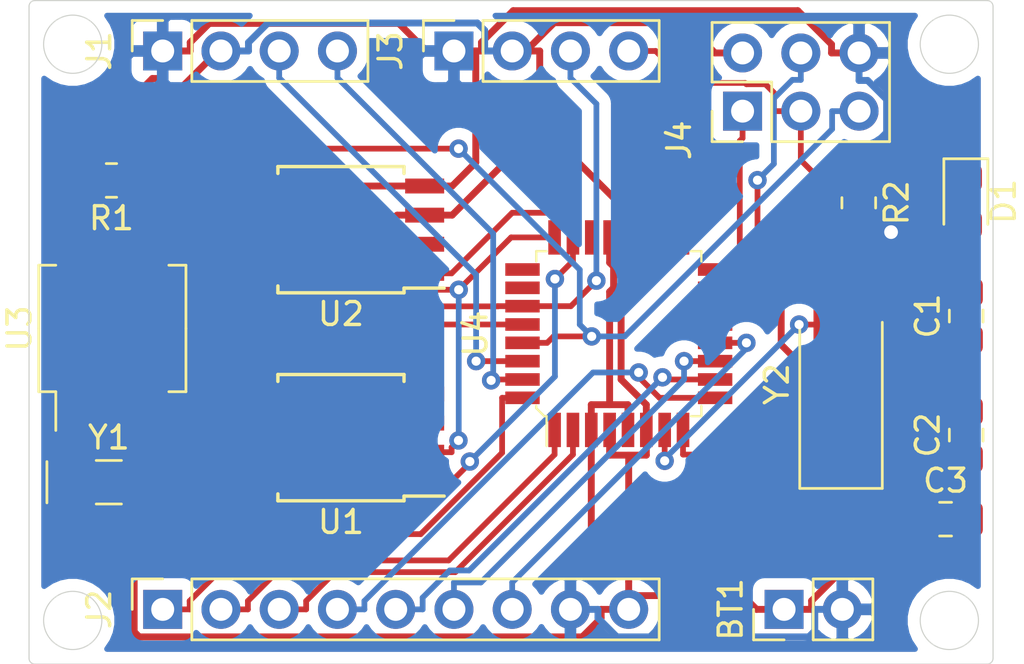
<source format=kicad_pcb>
(kicad_pcb (version 20171130) (host pcbnew "(5.1.9)-1")

  (general
    (thickness 1.6)
    (drawings 12)
    (tracks 328)
    (zones 0)
    (modules 17)
    (nets 32)
  )

  (page A4)
  (title_block
    (title "Battery powered Arduino clone with RTC and extra EEPROM")
    (date 2021-03-06)
    (rev 1)
    (comment 1 "Janne Oksanen")
    (comment 2 janne.oksanen@gmail.com)
  )

  (layers
    (0 F.Cu signal)
    (31 B.Cu mixed)
    (32 B.Adhes user)
    (33 F.Adhes user)
    (34 B.Paste user)
    (35 F.Paste user)
    (36 B.SilkS user)
    (37 F.SilkS user)
    (38 B.Mask user)
    (39 F.Mask user)
    (40 Dwgs.User user)
    (41 Cmts.User user)
    (42 Eco1.User user)
    (43 Eco2.User user)
    (44 Edge.Cuts user)
    (45 Margin user)
    (46 B.CrtYd user)
    (47 F.CrtYd user)
    (48 B.Fab user)
    (49 F.Fab user)
  )

  (setup
    (last_trace_width 0.25)
    (user_trace_width 0.3)
    (trace_clearance 0.2)
    (zone_clearance 0.508)
    (zone_45_only no)
    (trace_min 0.2)
    (via_size 0.8)
    (via_drill 0.4)
    (via_min_size 0.4)
    (via_min_drill 0.3)
    (user_via 1 0.6)
    (uvia_size 0.3)
    (uvia_drill 0.1)
    (uvias_allowed no)
    (uvia_min_size 0.2)
    (uvia_min_drill 0.1)
    (edge_width 0.05)
    (segment_width 0.2)
    (pcb_text_width 0.3)
    (pcb_text_size 1.5 1.5)
    (mod_edge_width 0.12)
    (mod_text_size 1 1)
    (mod_text_width 0.15)
    (pad_size 1.524 1.524)
    (pad_drill 0.762)
    (pad_to_mask_clearance 0)
    (aux_axis_origin 0 0)
    (visible_elements 7FFFFFFF)
    (pcbplotparams
      (layerselection 0x010fc_ffffffff)
      (usegerberextensions false)
      (usegerberattributes true)
      (usegerberadvancedattributes true)
      (creategerberjobfile true)
      (excludeedgelayer true)
      (linewidth 0.100000)
      (plotframeref false)
      (viasonmask false)
      (mode 1)
      (useauxorigin false)
      (hpglpennumber 1)
      (hpglpenspeed 20)
      (hpglpendiameter 15.000000)
      (psnegative false)
      (psa4output false)
      (plotreference true)
      (plotvalue true)
      (plotinvisibletext false)
      (padsonsilk false)
      (subtractmaskfromsilk false)
      (outputformat 1)
      (mirror false)
      (drillshape 1)
      (scaleselection 1)
      (outputdirectory ""))
  )

  (net 0 "")
  (net 1 /Vcc)
  (net 2 GNDPWR)
  (net 3 "Net-(C1-Pad1)")
  (net 4 "Net-(C2-Pad1)")
  (net 5 "Net-(D1-Pad1)")
  (net 6 /SCK)
  (net 7 /Rx)
  (net 8 /Tx)
  (net 9 /D2)
  (net 10 /D3)
  (net 11 /D4)
  (net 12 /D5)
  (net 13 /D6)
  (net 14 /D7)
  (net 15 /D8)
  (net 16 /SDA)
  (net 17 /MISO)
  (net 18 /MOSI)
  (net 19 /RST)
  (net 20 /A0)
  (net 21 /A1)
  (net 22 /SCL)
  (net 23 "Net-(U3-Pad1)")
  (net 24 "Net-(U3-Pad2)")
  (net 25 "Net-(U3-Pad7)")
  (net 26 "Net-(U4-Pad13)")
  (net 27 "Net-(U4-Pad14)")
  (net 28 "Net-(U4-Pad19)")
  (net 29 "Net-(U4-Pad22)")
  (net 30 "Net-(U4-Pad25)")
  (net 31 "Net-(U4-Pad26)")

  (net_class Default "This is the default net class."
    (clearance 0.2)
    (trace_width 0.25)
    (via_dia 0.8)
    (via_drill 0.4)
    (uvia_dia 0.3)
    (uvia_drill 0.1)
    (add_net /A0)
    (add_net /A1)
    (add_net /D2)
    (add_net /D3)
    (add_net /D4)
    (add_net /D5)
    (add_net /D6)
    (add_net /D7)
    (add_net /D8)
    (add_net /MISO)
    (add_net /MOSI)
    (add_net /RST)
    (add_net /Rx)
    (add_net /SCK)
    (add_net /SCL)
    (add_net /SDA)
    (add_net /Tx)
    (add_net "Net-(C1-Pad1)")
    (add_net "Net-(C2-Pad1)")
    (add_net "Net-(D1-Pad1)")
    (add_net "Net-(U3-Pad1)")
    (add_net "Net-(U3-Pad2)")
    (add_net "Net-(U3-Pad7)")
    (add_net "Net-(U4-Pad13)")
    (add_net "Net-(U4-Pad14)")
    (add_net "Net-(U4-Pad19)")
    (add_net "Net-(U4-Pad22)")
    (add_net "Net-(U4-Pad25)")
    (add_net "Net-(U4-Pad26)")
  )

  (net_class Power ""
    (clearance 0.2)
    (trace_width 0.3)
    (via_dia 1)
    (via_drill 0.6)
    (uvia_dia 0.3)
    (uvia_drill 0.1)
    (add_net /Vcc)
    (add_net GNDPWR)
  )

  (module Connector_PinHeader_2.54mm:PinHeader_2x03_P2.54mm_Vertical (layer F.Cu) (tedit 59FED5CC) (tstamp 6043C180)
    (at 126.111 95.631 90)
    (descr "Through hole straight pin header, 2x03, 2.54mm pitch, double rows")
    (tags "Through hole pin header THT 2x03 2.54mm double row")
    (path /6039D755/603A1E2D)
    (fp_text reference J4 (at -1.27 -2.77 90) (layer F.SilkS)
      (effects (font (size 1 1) (thickness 0.15)))
    )
    (fp_text value ICSP (at -1.3208 7.764 90) (layer F.Fab)
      (effects (font (size 1 1) (thickness 0.15)))
    )
    (fp_line (start 0 -1.27) (end 3.81 -1.27) (layer F.Fab) (width 0.1))
    (fp_line (start 3.81 -1.27) (end 3.81 6.35) (layer F.Fab) (width 0.1))
    (fp_line (start 3.81 6.35) (end -1.27 6.35) (layer F.Fab) (width 0.1))
    (fp_line (start -1.27 6.35) (end -1.27 0) (layer F.Fab) (width 0.1))
    (fp_line (start -1.27 0) (end 0 -1.27) (layer F.Fab) (width 0.1))
    (fp_line (start -1.33 6.41) (end 3.87 6.41) (layer F.SilkS) (width 0.12))
    (fp_line (start -1.33 1.27) (end -1.33 6.41) (layer F.SilkS) (width 0.12))
    (fp_line (start 3.87 -1.33) (end 3.87 6.41) (layer F.SilkS) (width 0.12))
    (fp_line (start -1.33 1.27) (end 1.27 1.27) (layer F.SilkS) (width 0.12))
    (fp_line (start 1.27 1.27) (end 1.27 -1.33) (layer F.SilkS) (width 0.12))
    (fp_line (start 1.27 -1.33) (end 3.87 -1.33) (layer F.SilkS) (width 0.12))
    (fp_line (start -1.33 0) (end -1.33 -1.33) (layer F.SilkS) (width 0.12))
    (fp_line (start -1.33 -1.33) (end 0 -1.33) (layer F.SilkS) (width 0.12))
    (fp_line (start -1.8 -1.8) (end -1.8 6.85) (layer F.CrtYd) (width 0.05))
    (fp_line (start -1.8 6.85) (end 4.35 6.85) (layer F.CrtYd) (width 0.05))
    (fp_line (start 4.35 6.85) (end 4.35 -1.8) (layer F.CrtYd) (width 0.05))
    (fp_line (start 4.35 -1.8) (end -1.8 -1.8) (layer F.CrtYd) (width 0.05))
    (fp_text user %R (at -1.27 2.54) (layer F.Fab)
      (effects (font (size 1 1) (thickness 0.15)))
    )
    (pad 6 thru_hole oval (at 2.54 5.08 90) (size 1.7 1.7) (drill 1) (layers *.Cu *.Mask)
      (net 2 GNDPWR))
    (pad 5 thru_hole oval (at 0 5.08 90) (size 1.7 1.7) (drill 1) (layers *.Cu *.Mask)
      (net 19 /RST))
    (pad 4 thru_hole oval (at 2.54 2.54 90) (size 1.7 1.7) (drill 1) (layers *.Cu *.Mask)
      (net 18 /MOSI))
    (pad 3 thru_hole oval (at 0 2.54 90) (size 1.7 1.7) (drill 1) (layers *.Cu *.Mask)
      (net 6 /SCK))
    (pad 2 thru_hole oval (at 2.54 0 90) (size 1.7 1.7) (drill 1) (layers *.Cu *.Mask)
      (net 1 /Vcc))
    (pad 1 thru_hole rect (at 0 0 90) (size 1.7 1.7) (drill 1) (layers *.Cu *.Mask)
      (net 17 /MISO))
    (model ${KISYS3DMOD}/Connector_PinHeader_2.54mm.3dshapes/PinHeader_2x03_P2.54mm_Vertical.wrl
      (at (xyz 0 0 0))
      (scale (xyz 1 1 1))
      (rotate (xyz 0 0 0))
    )
  )

  (module Connector_PinHeader_2.54mm:PinHeader_1x02_P2.54mm_Vertical (layer F.Cu) (tedit 59FED5CC) (tstamp 6043C0D1)
    (at 127.921 117.373 90)
    (descr "Through hole straight pin header, 1x02, 2.54mm pitch, single row")
    (tags "Through hole pin header THT 1x02 2.54mm single row")
    (path /60392E5D)
    (fp_text reference BT1 (at 0 -2.33 90) (layer F.SilkS)
      (effects (font (size 1 1) (thickness 0.15)))
    )
    (fp_text value 3V (at 2.9718 -0.6415) (layer F.Fab)
      (effects (font (size 1 1) (thickness 0.15)))
    )
    (fp_line (start -0.635 -1.27) (end 1.27 -1.27) (layer F.Fab) (width 0.1))
    (fp_line (start 1.27 -1.27) (end 1.27 3.81) (layer F.Fab) (width 0.1))
    (fp_line (start 1.27 3.81) (end -1.27 3.81) (layer F.Fab) (width 0.1))
    (fp_line (start -1.27 3.81) (end -1.27 -0.635) (layer F.Fab) (width 0.1))
    (fp_line (start -1.27 -0.635) (end -0.635 -1.27) (layer F.Fab) (width 0.1))
    (fp_line (start -1.33 3.87) (end 1.33 3.87) (layer F.SilkS) (width 0.12))
    (fp_line (start -1.33 1.27) (end -1.33 3.87) (layer F.SilkS) (width 0.12))
    (fp_line (start 1.33 1.27) (end 1.33 3.87) (layer F.SilkS) (width 0.12))
    (fp_line (start -1.33 1.27) (end 1.33 1.27) (layer F.SilkS) (width 0.12))
    (fp_line (start -1.33 0) (end -1.33 -1.33) (layer F.SilkS) (width 0.12))
    (fp_line (start -1.33 -1.33) (end 0 -1.33) (layer F.SilkS) (width 0.12))
    (fp_line (start -1.8 -1.8) (end -1.8 4.35) (layer F.CrtYd) (width 0.05))
    (fp_line (start -1.8 4.35) (end 1.8 4.35) (layer F.CrtYd) (width 0.05))
    (fp_line (start 1.8 4.35) (end 1.8 -1.8) (layer F.CrtYd) (width 0.05))
    (fp_line (start 1.8 -1.8) (end -1.8 -1.8) (layer F.CrtYd) (width 0.05))
    (fp_text user %R (at 0 1.27) (layer F.Fab)
      (effects (font (size 1 1) (thickness 0.15)))
    )
    (pad 1 thru_hole rect (at 0 0 90) (size 1.7 1.7) (drill 1) (layers *.Cu *.Mask)
      (net 1 /Vcc))
    (pad 2 thru_hole oval (at 0 2.54 90) (size 1.7 1.7) (drill 1) (layers *.Cu *.Mask)
      (net 2 GNDPWR))
    (model ${KISYS3DMOD}/Connector_PinHeader_2.54mm.3dshapes/PinHeader_1x02_P2.54mm_Vertical.wrl
      (at (xyz 0 0 0))
      (scale (xyz 1 1 1))
      (rotate (xyz 0 0 0))
    )
  )

  (module Capacitor_SMD:C_0805_2012Metric_Pad1.18x1.45mm_HandSolder (layer F.Cu) (tedit 5F68FEEF) (tstamp 6043C0E2)
    (at 135.863 104.572 90)
    (descr "Capacitor SMD 0805 (2012 Metric), square (rectangular) end terminal, IPC_7351 nominal with elongated pad for handsoldering. (Body size source: IPC-SM-782 page 76, https://www.pcb-3d.com/wordpress/wp-content/uploads/ipc-sm-782a_amendment_1_and_2.pdf, https://docs.google.com/spreadsheets/d/1BsfQQcO9C6DZCsRaXUlFlo91Tg2WpOkGARC1WS5S8t0/edit?usp=sharing), generated with kicad-footprint-generator")
    (tags "capacitor handsolder")
    (path /603948D1)
    (attr smd)
    (fp_text reference C1 (at 0 -1.68 90) (layer F.SilkS)
      (effects (font (size 1 1) (thickness 0.15)))
    )
    (fp_text value 22pF (at 0 1.68 90) (layer F.Fab)
      (effects (font (size 1 1) (thickness 0.15)))
    )
    (fp_line (start -1 0.625) (end -1 -0.625) (layer F.Fab) (width 0.1))
    (fp_line (start -1 -0.625) (end 1 -0.625) (layer F.Fab) (width 0.1))
    (fp_line (start 1 -0.625) (end 1 0.625) (layer F.Fab) (width 0.1))
    (fp_line (start 1 0.625) (end -1 0.625) (layer F.Fab) (width 0.1))
    (fp_line (start -0.261252 -0.735) (end 0.261252 -0.735) (layer F.SilkS) (width 0.12))
    (fp_line (start -0.261252 0.735) (end 0.261252 0.735) (layer F.SilkS) (width 0.12))
    (fp_line (start -1.88 0.98) (end -1.88 -0.98) (layer F.CrtYd) (width 0.05))
    (fp_line (start -1.88 -0.98) (end 1.88 -0.98) (layer F.CrtYd) (width 0.05))
    (fp_line (start 1.88 -0.98) (end 1.88 0.98) (layer F.CrtYd) (width 0.05))
    (fp_line (start 1.88 0.98) (end -1.88 0.98) (layer F.CrtYd) (width 0.05))
    (fp_text user %R (at 0 0 90) (layer F.Fab)
      (effects (font (size 0.5 0.5) (thickness 0.08)))
    )
    (pad 1 smd roundrect (at -1.0375 0 90) (size 1.175 1.45) (layers F.Cu F.Paste F.Mask) (roundrect_rratio 0.212766)
      (net 3 "Net-(C1-Pad1)"))
    (pad 2 smd roundrect (at 1.0375 0 90) (size 1.175 1.45) (layers F.Cu F.Paste F.Mask) (roundrect_rratio 0.212766)
      (net 2 GNDPWR))
    (model ${KISYS3DMOD}/Capacitor_SMD.3dshapes/C_0805_2012Metric.wrl
      (at (xyz 0 0 0))
      (scale (xyz 1 1 1))
      (rotate (xyz 0 0 0))
    )
  )

  (module Capacitor_SMD:C_0805_2012Metric_Pad1.18x1.45mm_HandSolder (layer F.Cu) (tedit 5F68FEEF) (tstamp 6043C0F3)
    (at 135.863 109.766 90)
    (descr "Capacitor SMD 0805 (2012 Metric), square (rectangular) end terminal, IPC_7351 nominal with elongated pad for handsoldering. (Body size source: IPC-SM-782 page 76, https://www.pcb-3d.com/wordpress/wp-content/uploads/ipc-sm-782a_amendment_1_and_2.pdf, https://docs.google.com/spreadsheets/d/1BsfQQcO9C6DZCsRaXUlFlo91Tg2WpOkGARC1WS5S8t0/edit?usp=sharing), generated with kicad-footprint-generator")
    (tags "capacitor handsolder")
    (path /60394D09)
    (attr smd)
    (fp_text reference C2 (at 0 -1.68 90) (layer F.SilkS)
      (effects (font (size 1 1) (thickness 0.15)))
    )
    (fp_text value 22pF (at 0 1.68 90) (layer F.Fab)
      (effects (font (size 1 1) (thickness 0.15)))
    )
    (fp_line (start 1.88 0.98) (end -1.88 0.98) (layer F.CrtYd) (width 0.05))
    (fp_line (start 1.88 -0.98) (end 1.88 0.98) (layer F.CrtYd) (width 0.05))
    (fp_line (start -1.88 -0.98) (end 1.88 -0.98) (layer F.CrtYd) (width 0.05))
    (fp_line (start -1.88 0.98) (end -1.88 -0.98) (layer F.CrtYd) (width 0.05))
    (fp_line (start -0.261252 0.735) (end 0.261252 0.735) (layer F.SilkS) (width 0.12))
    (fp_line (start -0.261252 -0.735) (end 0.261252 -0.735) (layer F.SilkS) (width 0.12))
    (fp_line (start 1 0.625) (end -1 0.625) (layer F.Fab) (width 0.1))
    (fp_line (start 1 -0.625) (end 1 0.625) (layer F.Fab) (width 0.1))
    (fp_line (start -1 -0.625) (end 1 -0.625) (layer F.Fab) (width 0.1))
    (fp_line (start -1 0.625) (end -1 -0.625) (layer F.Fab) (width 0.1))
    (fp_text user %R (at 0 0 90) (layer F.Fab)
      (effects (font (size 0.5 0.5) (thickness 0.08)))
    )
    (pad 2 smd roundrect (at 1.0375 0 90) (size 1.175 1.45) (layers F.Cu F.Paste F.Mask) (roundrect_rratio 0.212766)
      (net 2 GNDPWR))
    (pad 1 smd roundrect (at -1.0375 0 90) (size 1.175 1.45) (layers F.Cu F.Paste F.Mask) (roundrect_rratio 0.212766)
      (net 4 "Net-(C2-Pad1)"))
    (model ${KISYS3DMOD}/Capacitor_SMD.3dshapes/C_0805_2012Metric.wrl
      (at (xyz 0 0 0))
      (scale (xyz 1 1 1))
      (rotate (xyz 0 0 0))
    )
  )

  (module Capacitor_SMD:C_0805_2012Metric_Pad1.18x1.45mm_HandSolder (layer F.Cu) (tedit 5F68FEEF) (tstamp 6043C104)
    (at 134.963 113.436)
    (descr "Capacitor SMD 0805 (2012 Metric), square (rectangular) end terminal, IPC_7351 nominal with elongated pad for handsoldering. (Body size source: IPC-SM-782 page 76, https://www.pcb-3d.com/wordpress/wp-content/uploads/ipc-sm-782a_amendment_1_and_2.pdf, https://docs.google.com/spreadsheets/d/1BsfQQcO9C6DZCsRaXUlFlo91Tg2WpOkGARC1WS5S8t0/edit?usp=sharing), generated with kicad-footprint-generator")
    (tags "capacitor handsolder")
    (path /60395306)
    (attr smd)
    (fp_text reference C3 (at 0 -1.68) (layer F.SilkS)
      (effects (font (size 1 1) (thickness 0.15)))
    )
    (fp_text value 10uF (at 0 1.68) (layer F.Fab)
      (effects (font (size 1 1) (thickness 0.15)))
    )
    (fp_line (start -1 0.625) (end -1 -0.625) (layer F.Fab) (width 0.1))
    (fp_line (start -1 -0.625) (end 1 -0.625) (layer F.Fab) (width 0.1))
    (fp_line (start 1 -0.625) (end 1 0.625) (layer F.Fab) (width 0.1))
    (fp_line (start 1 0.625) (end -1 0.625) (layer F.Fab) (width 0.1))
    (fp_line (start -0.261252 -0.735) (end 0.261252 -0.735) (layer F.SilkS) (width 0.12))
    (fp_line (start -0.261252 0.735) (end 0.261252 0.735) (layer F.SilkS) (width 0.12))
    (fp_line (start -1.88 0.98) (end -1.88 -0.98) (layer F.CrtYd) (width 0.05))
    (fp_line (start -1.88 -0.98) (end 1.88 -0.98) (layer F.CrtYd) (width 0.05))
    (fp_line (start 1.88 -0.98) (end 1.88 0.98) (layer F.CrtYd) (width 0.05))
    (fp_line (start 1.88 0.98) (end -1.88 0.98) (layer F.CrtYd) (width 0.05))
    (fp_text user %R (at 0 0) (layer F.Fab)
      (effects (font (size 0.5 0.5) (thickness 0.08)))
    )
    (pad 1 smd roundrect (at -1.0375 0) (size 1.175 1.45) (layers F.Cu F.Paste F.Mask) (roundrect_rratio 0.212766)
      (net 1 /Vcc))
    (pad 2 smd roundrect (at 1.0375 0) (size 1.175 1.45) (layers F.Cu F.Paste F.Mask) (roundrect_rratio 0.212766)
      (net 2 GNDPWR))
    (model ${KISYS3DMOD}/Capacitor_SMD.3dshapes/C_0805_2012Metric.wrl
      (at (xyz 0 0 0))
      (scale (xyz 1 1 1))
      (rotate (xyz 0 0 0))
    )
  )

  (module LED_SMD:LED_0805_2012Metric_Pad1.15x1.40mm_HandSolder (layer F.Cu) (tedit 5F68FEF1) (tstamp 6043C117)
    (at 135.848 99.568 270)
    (descr "LED SMD 0805 (2012 Metric), square (rectangular) end terminal, IPC_7351 nominal, (Body size source: https://docs.google.com/spreadsheets/d/1BsfQQcO9C6DZCsRaXUlFlo91Tg2WpOkGARC1WS5S8t0/edit?usp=sharing), generated with kicad-footprint-generator")
    (tags "LED handsolder")
    (path /60395D59)
    (attr smd)
    (fp_text reference D1 (at 0 -1.65 90) (layer F.SilkS)
      (effects (font (size 1 1) (thickness 0.15)))
    )
    (fp_text value LED (at 0 1.65 90) (layer F.Fab)
      (effects (font (size 1 1) (thickness 0.15)))
    )
    (fp_line (start 1 -0.6) (end -0.7 -0.6) (layer F.Fab) (width 0.1))
    (fp_line (start -0.7 -0.6) (end -1 -0.3) (layer F.Fab) (width 0.1))
    (fp_line (start -1 -0.3) (end -1 0.6) (layer F.Fab) (width 0.1))
    (fp_line (start -1 0.6) (end 1 0.6) (layer F.Fab) (width 0.1))
    (fp_line (start 1 0.6) (end 1 -0.6) (layer F.Fab) (width 0.1))
    (fp_line (start 1 -0.96) (end -1.86 -0.96) (layer F.SilkS) (width 0.12))
    (fp_line (start -1.86 -0.96) (end -1.86 0.96) (layer F.SilkS) (width 0.12))
    (fp_line (start -1.86 0.96) (end 1 0.96) (layer F.SilkS) (width 0.12))
    (fp_line (start -1.85 0.95) (end -1.85 -0.95) (layer F.CrtYd) (width 0.05))
    (fp_line (start -1.85 -0.95) (end 1.85 -0.95) (layer F.CrtYd) (width 0.05))
    (fp_line (start 1.85 -0.95) (end 1.85 0.95) (layer F.CrtYd) (width 0.05))
    (fp_line (start 1.85 0.95) (end -1.85 0.95) (layer F.CrtYd) (width 0.05))
    (fp_text user %R (at 0 0 90) (layer F.Fab)
      (effects (font (size 0.5 0.5) (thickness 0.08)))
    )
    (pad 1 smd roundrect (at -1.025 0 270) (size 1.15 1.4) (layers F.Cu F.Paste F.Mask) (roundrect_rratio 0.217391)
      (net 5 "Net-(D1-Pad1)"))
    (pad 2 smd roundrect (at 1.025 0 270) (size 1.15 1.4) (layers F.Cu F.Paste F.Mask) (roundrect_rratio 0.217391)
      (net 6 /SCK))
    (model ${KISYS3DMOD}/LED_SMD.3dshapes/LED_0805_2012Metric.wrl
      (at (xyz 0 0 0))
      (scale (xyz 1 1 1))
      (rotate (xyz 0 0 0))
    )
  )

  (module Connector_PinSocket_2.54mm:PinSocket_1x04_P2.54mm_Vertical (layer F.Cu) (tedit 5A19A429) (tstamp 6043C12F)
    (at 100.825 93.0048 90)
    (descr "Through hole straight socket strip, 1x04, 2.54mm pitch, single row (from Kicad 4.0.7), script generated")
    (tags "Through hole socket strip THT 1x04 2.54mm single row")
    (path /6039D755/603A2B66)
    (fp_text reference J1 (at 0 -2.77 90) (layer F.SilkS)
      (effects (font (size 1 1) (thickness 0.15)))
    )
    (fp_text value Serial (at -2.5881 3.5941 180) (layer F.Fab)
      (effects (font (size 1 1) (thickness 0.15)))
    )
    (fp_line (start -1.27 -1.27) (end 0.635 -1.27) (layer F.Fab) (width 0.1))
    (fp_line (start 0.635 -1.27) (end 1.27 -0.635) (layer F.Fab) (width 0.1))
    (fp_line (start 1.27 -0.635) (end 1.27 8.89) (layer F.Fab) (width 0.1))
    (fp_line (start 1.27 8.89) (end -1.27 8.89) (layer F.Fab) (width 0.1))
    (fp_line (start -1.27 8.89) (end -1.27 -1.27) (layer F.Fab) (width 0.1))
    (fp_line (start -1.33 1.27) (end 1.33 1.27) (layer F.SilkS) (width 0.12))
    (fp_line (start -1.33 1.27) (end -1.33 8.95) (layer F.SilkS) (width 0.12))
    (fp_line (start -1.33 8.95) (end 1.33 8.95) (layer F.SilkS) (width 0.12))
    (fp_line (start 1.33 1.27) (end 1.33 8.95) (layer F.SilkS) (width 0.12))
    (fp_line (start 1.33 -1.33) (end 1.33 0) (layer F.SilkS) (width 0.12))
    (fp_line (start 0 -1.33) (end 1.33 -1.33) (layer F.SilkS) (width 0.12))
    (fp_line (start -1.8 -1.8) (end 1.75 -1.8) (layer F.CrtYd) (width 0.05))
    (fp_line (start 1.75 -1.8) (end 1.75 9.4) (layer F.CrtYd) (width 0.05))
    (fp_line (start 1.75 9.4) (end -1.8 9.4) (layer F.CrtYd) (width 0.05))
    (fp_line (start -1.8 9.4) (end -1.8 -1.8) (layer F.CrtYd) (width 0.05))
    (fp_text user %R (at 0 3.81) (layer F.Fab)
      (effects (font (size 1 1) (thickness 0.15)))
    )
    (pad 1 thru_hole rect (at 0 0 90) (size 1.7 1.7) (drill 1) (layers *.Cu *.Mask)
      (net 2 GNDPWR))
    (pad 2 thru_hole oval (at 0 2.54 90) (size 1.7 1.7) (drill 1) (layers *.Cu *.Mask)
      (net 1 /Vcc))
    (pad 3 thru_hole oval (at 0 5.08 90) (size 1.7 1.7) (drill 1) (layers *.Cu *.Mask)
      (net 7 /Rx))
    (pad 4 thru_hole oval (at 0 7.62 90) (size 1.7 1.7) (drill 1) (layers *.Cu *.Mask)
      (net 8 /Tx))
    (model ${KISYS3DMOD}/Connector_PinSocket_2.54mm.3dshapes/PinSocket_1x04_P2.54mm_Vertical.wrl
      (at (xyz 0 0 0))
      (scale (xyz 1 1 1))
      (rotate (xyz 0 0 0))
    )
  )

  (module Connector_PinSocket_2.54mm:PinSocket_1x09_P2.54mm_Vertical (layer F.Cu) (tedit 5A19A431) (tstamp 6043C14C)
    (at 100.825 117.373 90)
    (descr "Through hole straight socket strip, 1x09, 2.54mm pitch, single row (from Kicad 4.0.7), script generated")
    (tags "Through hole socket strip THT 1x09 2.54mm single row")
    (path /6039D755/6039F8E9)
    (fp_text reference J2 (at 0 -2.77 90) (layer F.SilkS)
      (effects (font (size 1 1) (thickness 0.15)))
    )
    (fp_text value "Digital pins" (at 3.0226 10.3632 180) (layer F.Fab)
      (effects (font (size 1 1) (thickness 0.15)))
    )
    (fp_line (start -1.27 -1.27) (end 0.635 -1.27) (layer F.Fab) (width 0.1))
    (fp_line (start 0.635 -1.27) (end 1.27 -0.635) (layer F.Fab) (width 0.1))
    (fp_line (start 1.27 -0.635) (end 1.27 21.59) (layer F.Fab) (width 0.1))
    (fp_line (start 1.27 21.59) (end -1.27 21.59) (layer F.Fab) (width 0.1))
    (fp_line (start -1.27 21.59) (end -1.27 -1.27) (layer F.Fab) (width 0.1))
    (fp_line (start -1.33 1.27) (end 1.33 1.27) (layer F.SilkS) (width 0.12))
    (fp_line (start -1.33 1.27) (end -1.33 21.65) (layer F.SilkS) (width 0.12))
    (fp_line (start -1.33 21.65) (end 1.33 21.65) (layer F.SilkS) (width 0.12))
    (fp_line (start 1.33 1.27) (end 1.33 21.65) (layer F.SilkS) (width 0.12))
    (fp_line (start 1.33 -1.33) (end 1.33 0) (layer F.SilkS) (width 0.12))
    (fp_line (start 0 -1.33) (end 1.33 -1.33) (layer F.SilkS) (width 0.12))
    (fp_line (start -1.8 -1.8) (end 1.75 -1.8) (layer F.CrtYd) (width 0.05))
    (fp_line (start 1.75 -1.8) (end 1.75 22.1) (layer F.CrtYd) (width 0.05))
    (fp_line (start 1.75 22.1) (end -1.8 22.1) (layer F.CrtYd) (width 0.05))
    (fp_line (start -1.8 22.1) (end -1.8 -1.8) (layer F.CrtYd) (width 0.05))
    (fp_text user %R (at 0 10.16) (layer F.Fab)
      (effects (font (size 1 1) (thickness 0.15)))
    )
    (pad 1 thru_hole rect (at 0 0 90) (size 1.7 1.7) (drill 1) (layers *.Cu *.Mask)
      (net 9 /D2))
    (pad 2 thru_hole oval (at 0 2.54 90) (size 1.7 1.7) (drill 1) (layers *.Cu *.Mask)
      (net 10 /D3))
    (pad 3 thru_hole oval (at 0 5.08 90) (size 1.7 1.7) (drill 1) (layers *.Cu *.Mask)
      (net 11 /D4))
    (pad 4 thru_hole oval (at 0 7.62 90) (size 1.7 1.7) (drill 1) (layers *.Cu *.Mask)
      (net 12 /D5))
    (pad 5 thru_hole oval (at 0 10.16 90) (size 1.7 1.7) (drill 1) (layers *.Cu *.Mask)
      (net 13 /D6))
    (pad 6 thru_hole oval (at 0 12.7 90) (size 1.7 1.7) (drill 1) (layers *.Cu *.Mask)
      (net 14 /D7))
    (pad 7 thru_hole oval (at 0 15.24 90) (size 1.7 1.7) (drill 1) (layers *.Cu *.Mask)
      (net 15 /D8))
    (pad 8 thru_hole oval (at 0 17.78 90) (size 1.7 1.7) (drill 1) (layers *.Cu *.Mask)
      (net 2 GNDPWR))
    (pad 9 thru_hole oval (at 0 20.32 90) (size 1.7 1.7) (drill 1) (layers *.Cu *.Mask)
      (net 1 /Vcc))
    (model ${KISYS3DMOD}/Connector_PinSocket_2.54mm.3dshapes/PinSocket_1x09_P2.54mm_Vertical.wrl
      (at (xyz 0 0 0))
      (scale (xyz 1 1 1))
      (rotate (xyz 0 0 0))
    )
  )

  (module Connector_PinSocket_2.54mm:PinSocket_1x04_P2.54mm_Vertical (layer F.Cu) (tedit 5A19A429) (tstamp 6043C164)
    (at 113.525 93.0048 90)
    (descr "Through hole straight socket strip, 1x04, 2.54mm pitch, single row (from Kicad 4.0.7), script generated")
    (tags "Through hole socket strip THT 1x04 2.54mm single row")
    (path /6039D755/603A115F)
    (fp_text reference J3 (at 0 -2.77 90) (layer F.SilkS)
      (effects (font (size 1 1) (thickness 0.15)))
    )
    (fp_text value I2C (at -2.9437 3.6703 180) (layer F.Fab)
      (effects (font (size 1 1) (thickness 0.15)))
    )
    (fp_line (start -1.8 9.4) (end -1.8 -1.8) (layer F.CrtYd) (width 0.05))
    (fp_line (start 1.75 9.4) (end -1.8 9.4) (layer F.CrtYd) (width 0.05))
    (fp_line (start 1.75 -1.8) (end 1.75 9.4) (layer F.CrtYd) (width 0.05))
    (fp_line (start -1.8 -1.8) (end 1.75 -1.8) (layer F.CrtYd) (width 0.05))
    (fp_line (start 0 -1.33) (end 1.33 -1.33) (layer F.SilkS) (width 0.12))
    (fp_line (start 1.33 -1.33) (end 1.33 0) (layer F.SilkS) (width 0.12))
    (fp_line (start 1.33 1.27) (end 1.33 8.95) (layer F.SilkS) (width 0.12))
    (fp_line (start -1.33 8.95) (end 1.33 8.95) (layer F.SilkS) (width 0.12))
    (fp_line (start -1.33 1.27) (end -1.33 8.95) (layer F.SilkS) (width 0.12))
    (fp_line (start -1.33 1.27) (end 1.33 1.27) (layer F.SilkS) (width 0.12))
    (fp_line (start -1.27 8.89) (end -1.27 -1.27) (layer F.Fab) (width 0.1))
    (fp_line (start 1.27 8.89) (end -1.27 8.89) (layer F.Fab) (width 0.1))
    (fp_line (start 1.27 -0.635) (end 1.27 8.89) (layer F.Fab) (width 0.1))
    (fp_line (start 0.635 -1.27) (end 1.27 -0.635) (layer F.Fab) (width 0.1))
    (fp_line (start -1.27 -1.27) (end 0.635 -1.27) (layer F.Fab) (width 0.1))
    (fp_text user %R (at 0 3.81) (layer F.Fab)
      (effects (font (size 1 1) (thickness 0.15)))
    )
    (pad 4 thru_hole oval (at 0 7.62 90) (size 1.7 1.7) (drill 1) (layers *.Cu *.Mask)
      (net 6 /SCK))
    (pad 3 thru_hole oval (at 0 5.08 90) (size 1.7 1.7) (drill 1) (layers *.Cu *.Mask)
      (net 16 /SDA))
    (pad 2 thru_hole oval (at 0 2.54 90) (size 1.7 1.7) (drill 1) (layers *.Cu *.Mask)
      (net 1 /Vcc))
    (pad 1 thru_hole rect (at 0 0 90) (size 1.7 1.7) (drill 1) (layers *.Cu *.Mask)
      (net 2 GNDPWR))
    (model ${KISYS3DMOD}/Connector_PinSocket_2.54mm.3dshapes/PinSocket_1x04_P2.54mm_Vertical.wrl
      (at (xyz 0 0 0))
      (scale (xyz 1 1 1))
      (rotate (xyz 0 0 0))
    )
  )

  (module Resistor_SMD:R_0805_2012Metric_Pad1.20x1.40mm_HandSolder (layer F.Cu) (tedit 5F68FEEE) (tstamp 6043C191)
    (at 98.5901 98.6536 180)
    (descr "Resistor SMD 0805 (2012 Metric), square (rectangular) end terminal, IPC_7351 nominal with elongated pad for handsoldering. (Body size source: IPC-SM-782 page 72, https://www.pcb-3d.com/wordpress/wp-content/uploads/ipc-sm-782a_amendment_1_and_2.pdf), generated with kicad-footprint-generator")
    (tags "resistor handsolder")
    (path /603975B7)
    (attr smd)
    (fp_text reference R1 (at 0 -1.65) (layer F.SilkS)
      (effects (font (size 1 1) (thickness 0.15)))
    )
    (fp_text value 10k (at 0 1.65) (layer F.Fab)
      (effects (font (size 1 1) (thickness 0.15)))
    )
    (fp_line (start 1.85 0.95) (end -1.85 0.95) (layer F.CrtYd) (width 0.05))
    (fp_line (start 1.85 -0.95) (end 1.85 0.95) (layer F.CrtYd) (width 0.05))
    (fp_line (start -1.85 -0.95) (end 1.85 -0.95) (layer F.CrtYd) (width 0.05))
    (fp_line (start -1.85 0.95) (end -1.85 -0.95) (layer F.CrtYd) (width 0.05))
    (fp_line (start -0.227064 0.735) (end 0.227064 0.735) (layer F.SilkS) (width 0.12))
    (fp_line (start -0.227064 -0.735) (end 0.227064 -0.735) (layer F.SilkS) (width 0.12))
    (fp_line (start 1 0.625) (end -1 0.625) (layer F.Fab) (width 0.1))
    (fp_line (start 1 -0.625) (end 1 0.625) (layer F.Fab) (width 0.1))
    (fp_line (start -1 -0.625) (end 1 -0.625) (layer F.Fab) (width 0.1))
    (fp_line (start -1 0.625) (end -1 -0.625) (layer F.Fab) (width 0.1))
    (fp_text user %R (at 0 0) (layer F.Fab)
      (effects (font (size 0.5 0.5) (thickness 0.08)))
    )
    (pad 2 smd roundrect (at 1 0 180) (size 1.2 1.4) (layers F.Cu F.Paste F.Mask) (roundrect_rratio 0.208333)
      (net 1 /Vcc))
    (pad 1 smd roundrect (at -1 0 180) (size 1.2 1.4) (layers F.Cu F.Paste F.Mask) (roundrect_rratio 0.208333)
      (net 19 /RST))
    (model ${KISYS3DMOD}/Resistor_SMD.3dshapes/R_0805_2012Metric.wrl
      (at (xyz 0 0 0))
      (scale (xyz 1 1 1))
      (rotate (xyz 0 0 0))
    )
  )

  (module Resistor_SMD:R_0805_2012Metric_Pad1.20x1.40mm_HandSolder (layer F.Cu) (tedit 5F68FEEE) (tstamp 6043C1A2)
    (at 131.178 99.6315 270)
    (descr "Resistor SMD 0805 (2012 Metric), square (rectangular) end terminal, IPC_7351 nominal with elongated pad for handsoldering. (Body size source: IPC-SM-782 page 72, https://www.pcb-3d.com/wordpress/wp-content/uploads/ipc-sm-782a_amendment_1_and_2.pdf), generated with kicad-footprint-generator")
    (tags "resistor handsolder")
    (path /60396F4A)
    (attr smd)
    (fp_text reference R2 (at 0 -1.65 90) (layer F.SilkS)
      (effects (font (size 1 1) (thickness 0.15)))
    )
    (fp_text value 330 (at 0 1.65 90) (layer F.Fab)
      (effects (font (size 1 1) (thickness 0.15)))
    )
    (fp_line (start -1 0.625) (end -1 -0.625) (layer F.Fab) (width 0.1))
    (fp_line (start -1 -0.625) (end 1 -0.625) (layer F.Fab) (width 0.1))
    (fp_line (start 1 -0.625) (end 1 0.625) (layer F.Fab) (width 0.1))
    (fp_line (start 1 0.625) (end -1 0.625) (layer F.Fab) (width 0.1))
    (fp_line (start -0.227064 -0.735) (end 0.227064 -0.735) (layer F.SilkS) (width 0.12))
    (fp_line (start -0.227064 0.735) (end 0.227064 0.735) (layer F.SilkS) (width 0.12))
    (fp_line (start -1.85 0.95) (end -1.85 -0.95) (layer F.CrtYd) (width 0.05))
    (fp_line (start -1.85 -0.95) (end 1.85 -0.95) (layer F.CrtYd) (width 0.05))
    (fp_line (start 1.85 -0.95) (end 1.85 0.95) (layer F.CrtYd) (width 0.05))
    (fp_line (start 1.85 0.95) (end -1.85 0.95) (layer F.CrtYd) (width 0.05))
    (fp_text user %R (at 0 0 90) (layer F.Fab)
      (effects (font (size 0.5 0.5) (thickness 0.08)))
    )
    (pad 1 smd roundrect (at -1 0 270) (size 1.2 1.4) (layers F.Cu F.Paste F.Mask) (roundrect_rratio 0.208333)
      (net 5 "Net-(D1-Pad1)"))
    (pad 2 smd roundrect (at 1 0 270) (size 1.2 1.4) (layers F.Cu F.Paste F.Mask) (roundrect_rratio 0.208333)
      (net 2 GNDPWR))
    (model ${KISYS3DMOD}/Resistor_SMD.3dshapes/R_0805_2012Metric.wrl
      (at (xyz 0 0 0))
      (scale (xyz 1 1 1))
      (rotate (xyz 0 0 0))
    )
  )

  (module Package_SO:SOIJ-8_5.3x5.3mm_P1.27mm (layer F.Cu) (tedit 5A02F2D3) (tstamp 6043C1BF)
    (at 108.598 109.879 180)
    (descr "8-Lead Plastic Small Outline (SM) - Medium, 5.28 mm Body [SOIC] (see Microchip Packaging Specification 00000049BS.pdf)")
    (tags "SOIC 1.27")
    (path /60398136)
    (attr smd)
    (fp_text reference U1 (at 0 -3.68) (layer F.SilkS)
      (effects (font (size 1 1) (thickness 0.15)))
    )
    (fp_text value 24LC1025 (at 0 3.68) (layer F.Fab)
      (effects (font (size 1 1) (thickness 0.15)))
    )
    (fp_line (start -1.65 -2.65) (end 2.65 -2.65) (layer F.Fab) (width 0.15))
    (fp_line (start 2.65 -2.65) (end 2.65 2.65) (layer F.Fab) (width 0.15))
    (fp_line (start 2.65 2.65) (end -2.65 2.65) (layer F.Fab) (width 0.15))
    (fp_line (start -2.65 2.65) (end -2.65 -1.65) (layer F.Fab) (width 0.15))
    (fp_line (start -2.65 -1.65) (end -1.65 -2.65) (layer F.Fab) (width 0.15))
    (fp_line (start -4.75 -2.95) (end -4.75 2.95) (layer F.CrtYd) (width 0.05))
    (fp_line (start 4.75 -2.95) (end 4.75 2.95) (layer F.CrtYd) (width 0.05))
    (fp_line (start -4.75 -2.95) (end 4.75 -2.95) (layer F.CrtYd) (width 0.05))
    (fp_line (start -4.75 2.95) (end 4.75 2.95) (layer F.CrtYd) (width 0.05))
    (fp_line (start -2.75 -2.755) (end -2.75 -2.55) (layer F.SilkS) (width 0.15))
    (fp_line (start 2.75 -2.755) (end 2.75 -2.455) (layer F.SilkS) (width 0.15))
    (fp_line (start 2.75 2.755) (end 2.75 2.455) (layer F.SilkS) (width 0.15))
    (fp_line (start -2.75 2.755) (end -2.75 2.455) (layer F.SilkS) (width 0.15))
    (fp_line (start -2.75 -2.755) (end 2.75 -2.755) (layer F.SilkS) (width 0.15))
    (fp_line (start -2.75 2.755) (end 2.75 2.755) (layer F.SilkS) (width 0.15))
    (fp_line (start -2.75 -2.55) (end -4.5 -2.55) (layer F.SilkS) (width 0.15))
    (fp_text user %R (at 0 0) (layer F.Fab)
      (effects (font (size 1 1) (thickness 0.15)))
    )
    (pad 1 smd rect (at -3.65 -1.905 180) (size 1.7 0.65) (layers F.Cu F.Paste F.Mask)
      (net 20 /A0))
    (pad 2 smd rect (at -3.65 -0.635 180) (size 1.7 0.65) (layers F.Cu F.Paste F.Mask)
      (net 21 /A1))
    (pad 3 smd rect (at -3.65 0.635 180) (size 1.7 0.65) (layers F.Cu F.Paste F.Mask)
      (net 1 /Vcc))
    (pad 4 smd rect (at -3.65 1.905 180) (size 1.7 0.65) (layers F.Cu F.Paste F.Mask)
      (net 2 GNDPWR))
    (pad 5 smd rect (at 3.65 1.905 180) (size 1.7 0.65) (layers F.Cu F.Paste F.Mask)
      (net 16 /SDA))
    (pad 6 smd rect (at 3.65 0.635 180) (size 1.7 0.65) (layers F.Cu F.Paste F.Mask)
      (net 22 /SCL))
    (pad 7 smd rect (at 3.65 -0.635 180) (size 1.7 0.65) (layers F.Cu F.Paste F.Mask)
      (net 2 GNDPWR))
    (pad 8 smd rect (at 3.65 -1.905 180) (size 1.7 0.65) (layers F.Cu F.Paste F.Mask)
      (net 1 /Vcc))
    (model ${KISYS3DMOD}/Package_SO.3dshapes/SOIJ-8_5.3x5.3mm_P1.27mm.wrl
      (at (xyz 0 0 0))
      (scale (xyz 1 1 1))
      (rotate (xyz 0 0 0))
    )
  )

  (module Package_SO:SOIJ-8_5.3x5.3mm_P1.27mm (layer F.Cu) (tedit 5A02F2D3) (tstamp 6043C1DC)
    (at 108.598 100.803 180)
    (descr "8-Lead Plastic Small Outline (SM) - Medium, 5.28 mm Body [SOIC] (see Microchip Packaging Specification 00000049BS.pdf)")
    (tags "SOIC 1.27")
    (path /603A7E93)
    (attr smd)
    (fp_text reference U2 (at 0 -3.68) (layer F.SilkS)
      (effects (font (size 1 1) (thickness 0.15)))
    )
    (fp_text value 24LC1025 (at 0 3.68) (layer F.Fab)
      (effects (font (size 1 1) (thickness 0.15)))
    )
    (fp_line (start -2.75 -2.55) (end -4.5 -2.55) (layer F.SilkS) (width 0.15))
    (fp_line (start -2.75 2.755) (end 2.75 2.755) (layer F.SilkS) (width 0.15))
    (fp_line (start -2.75 -2.755) (end 2.75 -2.755) (layer F.SilkS) (width 0.15))
    (fp_line (start -2.75 2.755) (end -2.75 2.455) (layer F.SilkS) (width 0.15))
    (fp_line (start 2.75 2.755) (end 2.75 2.455) (layer F.SilkS) (width 0.15))
    (fp_line (start 2.75 -2.755) (end 2.75 -2.455) (layer F.SilkS) (width 0.15))
    (fp_line (start -2.75 -2.755) (end -2.75 -2.55) (layer F.SilkS) (width 0.15))
    (fp_line (start -4.75 2.95) (end 4.75 2.95) (layer F.CrtYd) (width 0.05))
    (fp_line (start -4.75 -2.95) (end 4.75 -2.95) (layer F.CrtYd) (width 0.05))
    (fp_line (start 4.75 -2.95) (end 4.75 2.95) (layer F.CrtYd) (width 0.05))
    (fp_line (start -4.75 -2.95) (end -4.75 2.95) (layer F.CrtYd) (width 0.05))
    (fp_line (start -2.65 -1.65) (end -1.65 -2.65) (layer F.Fab) (width 0.15))
    (fp_line (start -2.65 2.65) (end -2.65 -1.65) (layer F.Fab) (width 0.15))
    (fp_line (start 2.65 2.65) (end -2.65 2.65) (layer F.Fab) (width 0.15))
    (fp_line (start 2.65 -2.65) (end 2.65 2.65) (layer F.Fab) (width 0.15))
    (fp_line (start -1.65 -2.65) (end 2.65 -2.65) (layer F.Fab) (width 0.15))
    (fp_text user %R (at 0 0) (layer F.Fab)
      (effects (font (size 1 1) (thickness 0.15)))
    )
    (pad 8 smd rect (at 3.65 -1.905 180) (size 1.7 0.65) (layers F.Cu F.Paste F.Mask)
      (net 1 /Vcc))
    (pad 7 smd rect (at 3.65 -0.635 180) (size 1.7 0.65) (layers F.Cu F.Paste F.Mask)
      (net 2 GNDPWR))
    (pad 6 smd rect (at 3.65 0.635 180) (size 1.7 0.65) (layers F.Cu F.Paste F.Mask)
      (net 22 /SCL))
    (pad 5 smd rect (at 3.65 1.905 180) (size 1.7 0.65) (layers F.Cu F.Paste F.Mask)
      (net 16 /SDA))
    (pad 4 smd rect (at -3.65 1.905 180) (size 1.7 0.65) (layers F.Cu F.Paste F.Mask)
      (net 2 GNDPWR))
    (pad 3 smd rect (at -3.65 0.635 180) (size 1.7 0.65) (layers F.Cu F.Paste F.Mask)
      (net 1 /Vcc))
    (pad 2 smd rect (at -3.65 -0.635 180) (size 1.7 0.65) (layers F.Cu F.Paste F.Mask)
      (net 21 /A1))
    (pad 1 smd rect (at -3.65 -1.905 180) (size 1.7 0.65) (layers F.Cu F.Paste F.Mask)
      (net 20 /A0))
    (model ${KISYS3DMOD}/Package_SO.3dshapes/SOIJ-8_5.3x5.3mm_P1.27mm.wrl
      (at (xyz 0 0 0))
      (scale (xyz 1 1 1))
      (rotate (xyz 0 0 0))
    )
  )

  (module Package_SO:SO-8_5.3x6.2mm_P1.27mm (layer F.Cu) (tedit 5EA5315B) (tstamp 6043C1FB)
    (at 98.6282 105.114 90)
    (descr "SO, 8 Pin (https://www.ti.com/lit/ml/msop001a/msop001a.pdf), generated with kicad-footprint-generator ipc_gullwing_generator.py")
    (tags "SO SO")
    (path /603A384A)
    (attr smd)
    (fp_text reference U3 (at 0 -4.05 90) (layer F.SilkS)
      (effects (font (size 1 1) (thickness 0.15)))
    )
    (fp_text value DS1337S+ (at 0 4.05 90) (layer F.Fab)
      (effects (font (size 1 1) (thickness 0.15)))
    )
    (fp_line (start 0 3.21) (end 2.76 3.21) (layer F.SilkS) (width 0.12))
    (fp_line (start 2.76 3.21) (end 2.76 2.465) (layer F.SilkS) (width 0.12))
    (fp_line (start 0 3.21) (end -2.76 3.21) (layer F.SilkS) (width 0.12))
    (fp_line (start -2.76 3.21) (end -2.76 2.465) (layer F.SilkS) (width 0.12))
    (fp_line (start 0 -3.21) (end 2.76 -3.21) (layer F.SilkS) (width 0.12))
    (fp_line (start 2.76 -3.21) (end 2.76 -2.465) (layer F.SilkS) (width 0.12))
    (fp_line (start 0 -3.21) (end -2.76 -3.21) (layer F.SilkS) (width 0.12))
    (fp_line (start -2.76 -3.21) (end -2.76 -2.465) (layer F.SilkS) (width 0.12))
    (fp_line (start -2.76 -2.465) (end -4.45 -2.465) (layer F.SilkS) (width 0.12))
    (fp_line (start -1.65 -3.1) (end 2.65 -3.1) (layer F.Fab) (width 0.1))
    (fp_line (start 2.65 -3.1) (end 2.65 3.1) (layer F.Fab) (width 0.1))
    (fp_line (start 2.65 3.1) (end -2.65 3.1) (layer F.Fab) (width 0.1))
    (fp_line (start -2.65 3.1) (end -2.65 -2.1) (layer F.Fab) (width 0.1))
    (fp_line (start -2.65 -2.1) (end -1.65 -3.1) (layer F.Fab) (width 0.1))
    (fp_line (start -4.7 -3.35) (end -4.7 3.35) (layer F.CrtYd) (width 0.05))
    (fp_line (start -4.7 3.35) (end 4.7 3.35) (layer F.CrtYd) (width 0.05))
    (fp_line (start 4.7 3.35) (end 4.7 -3.35) (layer F.CrtYd) (width 0.05))
    (fp_line (start 4.7 -3.35) (end -4.7 -3.35) (layer F.CrtYd) (width 0.05))
    (fp_text user %R (at 0 0 90) (layer F.Fab)
      (effects (font (size 1 1) (thickness 0.15)))
    )
    (pad 1 smd roundrect (at -3.5 -1.905 90) (size 1.9 0.6) (layers F.Cu F.Paste F.Mask) (roundrect_rratio 0.25)
      (net 23 "Net-(U3-Pad1)"))
    (pad 2 smd roundrect (at -3.5 -0.635 90) (size 1.9 0.6) (layers F.Cu F.Paste F.Mask) (roundrect_rratio 0.25)
      (net 24 "Net-(U3-Pad2)"))
    (pad 3 smd roundrect (at -3.5 0.635 90) (size 1.9 0.6) (layers F.Cu F.Paste F.Mask) (roundrect_rratio 0.25)
      (net 1 /Vcc))
    (pad 4 smd roundrect (at -3.5 1.905 90) (size 1.9 0.6) (layers F.Cu F.Paste F.Mask) (roundrect_rratio 0.25)
      (net 2 GNDPWR))
    (pad 5 smd roundrect (at 3.5 1.905 90) (size 1.9 0.6) (layers F.Cu F.Paste F.Mask) (roundrect_rratio 0.25)
      (net 16 /SDA))
    (pad 6 smd roundrect (at 3.5 0.635 90) (size 1.9 0.6) (layers F.Cu F.Paste F.Mask) (roundrect_rratio 0.25)
      (net 22 /SCL))
    (pad 7 smd roundrect (at 3.5 -0.635 90) (size 1.9 0.6) (layers F.Cu F.Paste F.Mask) (roundrect_rratio 0.25)
      (net 25 "Net-(U3-Pad7)"))
    (pad 8 smd roundrect (at 3.5 -1.905 90) (size 1.9 0.6) (layers F.Cu F.Paste F.Mask) (roundrect_rratio 0.25)
      (net 1 /Vcc))
    (model ${KISYS3DMOD}/Package_SO.3dshapes/SO-8_5.3x6.2mm_P1.27mm.wrl
      (at (xyz 0 0 0))
      (scale (xyz 1 1 1))
      (rotate (xyz 0 0 0))
    )
  )

  (module digikey-footprints:TQFP-32_7x7mm (layer F.Cu) (tedit 5D28AA5E) (tstamp 6043C233)
    (at 120.714 105.341 90)
    (descr http://www.atmel.com/Images/Atmel-8826-SEEPROM-PCB-Mounting-Guidelines-Surface-Mount-Packages-ApplicationNote.pdf)
    (path /60399C0D)
    (attr smd)
    (fp_text reference U4 (at 0 -6.25 90) (layer F.SilkS)
      (effects (font (size 1 1) (thickness 0.15)))
    )
    (fp_text value ATMEGA328P-AU (at 0 6.2 90) (layer F.Fab)
      (effects (font (size 1 1) (thickness 0.15)))
    )
    (fp_line (start -5.2 5.2) (end 5.2 5.2) (layer F.CrtYd) (width 0.05))
    (fp_line (start -5.2 -5.2) (end -5.2 5.2) (layer F.CrtYd) (width 0.05))
    (fp_line (start 5.2 -5.2) (end 5.2 5.2) (layer F.CrtYd) (width 0.05))
    (fp_line (start -5.2 -5.2) (end 5.2 -5.2) (layer F.CrtYd) (width 0.05))
    (fp_line (start -3.15 -3.6) (end -3.25 -3.6) (layer F.SilkS) (width 0.1))
    (fp_line (start -3.25 -3.6) (end -3.6 -3.25) (layer F.SilkS) (width 0.1))
    (fp_line (start -3.6 -3.25) (end -3.6 -3.15) (layer F.SilkS) (width 0.1))
    (fp_line (start -3.6 -3.15) (end -4.9 -3.15) (layer F.SilkS) (width 0.1))
    (fp_line (start 3.6 -3.6) (end 3.15 -3.6) (layer F.SilkS) (width 0.1))
    (fp_line (start 3.6 -3.6) (end 3.6 -3.15) (layer F.SilkS) (width 0.1))
    (fp_line (start 3.6 3.6) (end 3.6 3.15) (layer F.SilkS) (width 0.1))
    (fp_line (start 3.6 3.6) (end 3.15 3.6) (layer F.SilkS) (width 0.1))
    (fp_line (start -3.6 3.6) (end -3.15 3.6) (layer F.SilkS) (width 0.1))
    (fp_line (start -3.6 3.6) (end -3.6 3.15) (layer F.SilkS) (width 0.1))
    (fp_line (start -3.5 -3.2) (end -3.5 3.5) (layer F.Fab) (width 0.1))
    (fp_line (start -3.2 -3.5) (end 3.5 -3.5) (layer F.Fab) (width 0.1))
    (fp_line (start -3.5 -3.2) (end -3.2 -3.5) (layer F.Fab) (width 0.1))
    (fp_line (start -3.5 3.5) (end 3.5 3.5) (layer F.Fab) (width 0.1))
    (fp_line (start 3.5 -3.5) (end 3.5 3.5) (layer F.Fab) (width 0.1))
    (fp_text user %R (at 0 0 90) (layer F.Fab)
      (effects (font (size 1 1) (thickness 0.15)))
    )
    (pad 9 smd rect (at -2.8 4.2 90) (size 0.55 1.5) (layers F.Cu F.Paste F.Mask)
      (net 12 /D5))
    (pad 1 smd rect (at -4.2 -2.8 90) (size 1.5 0.55) (layers F.Cu F.Paste F.Mask)
      (net 10 /D3))
    (pad 2 smd rect (at -4.2 -2 90) (size 1.5 0.55) (layers F.Cu F.Paste F.Mask)
      (net 11 /D4))
    (pad 3 smd rect (at -4.2 -1.2 90) (size 1.5 0.55) (layers F.Cu F.Paste F.Mask)
      (net 2 GNDPWR))
    (pad 4 smd rect (at -4.2 -0.4 90) (size 1.5 0.55) (layers F.Cu F.Paste F.Mask)
      (net 1 /Vcc))
    (pad 5 smd rect (at -4.2 0.4 90) (size 1.5 0.55) (layers F.Cu F.Paste F.Mask)
      (net 2 GNDPWR))
    (pad 6 smd rect (at -4.2 1.2 90) (size 1.5 0.55) (layers F.Cu F.Paste F.Mask)
      (net 1 /Vcc))
    (pad 7 smd rect (at -4.2 2 90) (size 1.5 0.55) (layers F.Cu F.Paste F.Mask)
      (net 3 "Net-(C1-Pad1)"))
    (pad 8 smd rect (at -4.2 2.8 90) (size 1.5 0.55) (layers F.Cu F.Paste F.Mask)
      (net 4 "Net-(C2-Pad1)"))
    (pad 10 smd rect (at -2 4.2 90) (size 0.55 1.5) (layers F.Cu F.Paste F.Mask)
      (net 13 /D6))
    (pad 11 smd rect (at -1.2 4.2 90) (size 0.55 1.5) (layers F.Cu F.Paste F.Mask)
      (net 14 /D7))
    (pad 12 smd rect (at -0.4 4.2 90) (size 0.55 1.5) (layers F.Cu F.Paste F.Mask)
      (net 15 /D8))
    (pad 13 smd rect (at 0.4 4.2 90) (size 0.55 1.5) (layers F.Cu F.Paste F.Mask)
      (net 26 "Net-(U4-Pad13)"))
    (pad 14 smd rect (at 1.2 4.2 90) (size 0.55 1.5) (layers F.Cu F.Paste F.Mask)
      (net 27 "Net-(U4-Pad14)"))
    (pad 15 smd rect (at 2 4.2 90) (size 0.55 1.5) (layers F.Cu F.Paste F.Mask)
      (net 18 /MOSI))
    (pad 16 smd rect (at 2.8 4.2 90) (size 0.55 1.5) (layers F.Cu F.Paste F.Mask)
      (net 17 /MISO))
    (pad 17 smd rect (at 4.2 2.8 90) (size 1.5 0.55) (layers F.Cu F.Paste F.Mask)
      (net 6 /SCK))
    (pad 18 smd rect (at 4.2 2 90) (size 1.5 0.55) (layers F.Cu F.Paste F.Mask)
      (net 1 /Vcc))
    (pad 19 smd rect (at 4.2 1.2 90) (size 1.5 0.55) (layers F.Cu F.Paste F.Mask)
      (net 28 "Net-(U4-Pad19)"))
    (pad 20 smd rect (at 4.2 0.4 90) (size 1.5 0.55) (layers F.Cu F.Paste F.Mask)
      (net 1 /Vcc))
    (pad 21 smd rect (at 4.2 -0.4 90) (size 1.5 0.55) (layers F.Cu F.Paste F.Mask)
      (net 2 GNDPWR))
    (pad 22 smd rect (at 4.2 -1.2 90) (size 1.5 0.55) (layers F.Cu F.Paste F.Mask)
      (net 29 "Net-(U4-Pad22)"))
    (pad 23 smd rect (at 4.2 -2 90) (size 1.5 0.55) (layers F.Cu F.Paste F.Mask)
      (net 20 /A0))
    (pad 24 smd rect (at 4.2 -2.8 90) (size 1.5 0.55) (layers F.Cu F.Paste F.Mask)
      (net 21 /A1))
    (pad 25 smd rect (at 2.8 -4.2 90) (size 0.55 1.5) (layers F.Cu F.Paste F.Mask)
      (net 30 "Net-(U4-Pad25)"))
    (pad 26 smd rect (at 2 -4.2 90) (size 0.55 1.5) (layers F.Cu F.Paste F.Mask)
      (net 31 "Net-(U4-Pad26)"))
    (pad 27 smd rect (at 1.2 -4.2 90) (size 0.55 1.5) (layers F.Cu F.Paste F.Mask)
      (net 16 /SDA))
    (pad 28 smd rect (at 0.4 -4.2 90) (size 0.55 1.5) (layers F.Cu F.Paste F.Mask)
      (net 22 /SCL))
    (pad 29 smd rect (at -0.4 -4.2 90) (size 0.55 1.5) (layers F.Cu F.Paste F.Mask)
      (net 19 /RST))
    (pad 30 smd rect (at -1.2 -4.2 90) (size 0.55 1.5) (layers F.Cu F.Paste F.Mask)
      (net 7 /Rx))
    (pad 31 smd rect (at -2 -4.2 90) (size 0.55 1.5) (layers F.Cu F.Paste F.Mask)
      (net 8 /Tx))
    (pad 32 smd rect (at -2.8 -4.2 90) (size 0.55 1.5) (layers F.Cu F.Paste F.Mask)
      (net 9 /D2))
  )

  (module Crystal:Crystal_SMD_MicroCrystal_CC7V-T1A-2Pin_3.2x1.5mm_HandSoldering (layer F.Cu) (tedit 5A0FD1B2) (tstamp 6044AE57)
    (at 98.4758 111.824)
    (descr "SMD Crystal MicroCrystal CC7V-T1A/CM7V-T1A series http://www.microcrystal.com/images/_Product-Documentation/01_TF_ceramic_Packages/01_Datasheet/CC1V-T1A.pdf, hand-soldering, 3.2x1.5mm^2 package")
    (tags "SMD SMT crystal hand-soldering")
    (path /603A46B2)
    (attr smd)
    (fp_text reference Y1 (at 0 -1.95) (layer F.SilkS)
      (effects (font (size 1 1) (thickness 0.15)))
    )
    (fp_text value "32 MHz" (at 0 1.95) (layer F.Fab)
      (effects (font (size 1 1) (thickness 0.15)))
    )
    (fp_line (start -1.6 -0.75) (end -1.6 0.75) (layer F.Fab) (width 0.1))
    (fp_line (start -1.6 0.75) (end 1.6 0.75) (layer F.Fab) (width 0.1))
    (fp_line (start 1.6 0.75) (end 1.6 -0.75) (layer F.Fab) (width 0.1))
    (fp_line (start 1.6 -0.75) (end -1.6 -0.75) (layer F.Fab) (width 0.1))
    (fp_line (start -1.6 0.25) (end -1.1 0.75) (layer F.Fab) (width 0.1))
    (fp_line (start -0.55 -0.95) (end 0.55 -0.95) (layer F.SilkS) (width 0.12))
    (fp_line (start -0.55 0.95) (end 0.55 0.95) (layer F.SilkS) (width 0.12))
    (fp_line (start -2.7 -0.9) (end -2.7 0.9) (layer F.SilkS) (width 0.12))
    (fp_line (start -2.8 -1.2) (end -2.8 1.2) (layer F.CrtYd) (width 0.05))
    (fp_line (start -2.8 1.2) (end 2.8 1.2) (layer F.CrtYd) (width 0.05))
    (fp_line (start 2.8 1.2) (end 2.8 -1.2) (layer F.CrtYd) (width 0.05))
    (fp_line (start 2.8 -1.2) (end -2.8 -1.2) (layer F.CrtYd) (width 0.05))
    (fp_text user %R (at 0.2159 0.0889) (layer F.Fab)
      (effects (font (size 0.7 0.7) (thickness 0.105)))
    )
    (pad 1 smd rect (at -1.625 0) (size 1.75 1.8) (layers F.Cu F.Paste F.Mask)
      (net 23 "Net-(U3-Pad1)"))
    (pad 2 smd rect (at 1.625 0) (size 1.75 1.8) (layers F.Cu F.Paste F.Mask)
      (net 24 "Net-(U3-Pad2)"))
    (model ${KISYS3DMOD}/Crystal.3dshapes/Crystal_SMD_MicroCrystal_CC7V-T1A-2Pin_3.2x1.5mm_HandSoldering.wrl
      (at (xyz 0 0 0))
      (scale (xyz 1 1 1))
      (rotate (xyz 0 0 0))
    )
  )

  (module Crystal:Crystal_SMD_5032-2Pin_5.0x3.2mm_HandSoldering (layer F.Cu) (tedit 5A0FD1B2) (tstamp 6043C261)
    (at 130.404 107.544 90)
    (descr "SMD Crystal SERIES SMD2520/2 http://www.icbase.com/File/PDF/HKC/HKC00061008.pdf, hand-soldering, 5.0x3.2mm^2 package")
    (tags "SMD SMT crystal hand-soldering")
    (path /603A4B43)
    (attr smd)
    (fp_text reference Y2 (at 0 -2.8 90) (layer F.SilkS)
      (effects (font (size 1 1) (thickness 0.15)))
    )
    (fp_text value "16 MHz" (at 0 2.8 90) (layer F.Fab)
      (effects (font (size 1 1) (thickness 0.15)))
    )
    (fp_line (start -2.3 -1.6) (end 2.3 -1.6) (layer F.Fab) (width 0.1))
    (fp_line (start 2.3 -1.6) (end 2.5 -1.4) (layer F.Fab) (width 0.1))
    (fp_line (start 2.5 -1.4) (end 2.5 1.4) (layer F.Fab) (width 0.1))
    (fp_line (start 2.5 1.4) (end 2.3 1.6) (layer F.Fab) (width 0.1))
    (fp_line (start 2.3 1.6) (end -2.3 1.6) (layer F.Fab) (width 0.1))
    (fp_line (start -2.3 1.6) (end -2.5 1.4) (layer F.Fab) (width 0.1))
    (fp_line (start -2.5 1.4) (end -2.5 -1.4) (layer F.Fab) (width 0.1))
    (fp_line (start -2.5 -1.4) (end -2.3 -1.6) (layer F.Fab) (width 0.1))
    (fp_line (start -2.5 0.6) (end -1.5 1.6) (layer F.Fab) (width 0.1))
    (fp_line (start 2.7 -1.8) (end -4.55 -1.8) (layer F.SilkS) (width 0.12))
    (fp_line (start -4.55 -1.8) (end -4.55 1.8) (layer F.SilkS) (width 0.12))
    (fp_line (start -4.55 1.8) (end 2.7 1.8) (layer F.SilkS) (width 0.12))
    (fp_line (start -4.6 -1.9) (end -4.6 1.9) (layer F.CrtYd) (width 0.05))
    (fp_line (start -4.6 1.9) (end 4.6 1.9) (layer F.CrtYd) (width 0.05))
    (fp_line (start 4.6 1.9) (end 4.6 -1.9) (layer F.CrtYd) (width 0.05))
    (fp_line (start 4.6 -1.9) (end -4.6 -1.9) (layer F.CrtYd) (width 0.05))
    (fp_circle (center 0 0) (end 0.4 0) (layer F.Adhes) (width 0.1))
    (fp_circle (center 0 0) (end 0.333333 0) (layer F.Adhes) (width 0.133333))
    (fp_circle (center 0 0) (end 0.213333 0) (layer F.Adhes) (width 0.133333))
    (fp_circle (center 0 0) (end 0.093333 0) (layer F.Adhes) (width 0.186667))
    (fp_text user %R (at 0 0 90) (layer F.Fab)
      (effects (font (size 1 1) (thickness 0.15)))
    )
    (pad 1 smd rect (at -2.6 0 90) (size 3.5 2.4) (layers F.Cu F.Paste F.Mask)
      (net 4 "Net-(C2-Pad1)"))
    (pad 2 smd rect (at 2.6 0 90) (size 3.5 2.4) (layers F.Cu F.Paste F.Mask)
      (net 3 "Net-(C1-Pad1)"))
    (model ${KISYS3DMOD}/Crystal.3dshapes/Crystal_SMD_5032-2Pin_5.0x3.2mm_HandSoldering.wrl
      (at (xyz 0 0 0))
      (scale (xyz 1 1 1))
      (rotate (xyz 0 0 0))
    )
  )

  (gr_circle (center 135.128 92.71) (end 136.398 92.71) (layer Edge.Cuts) (width 0.05))
  (gr_circle (center 135.128 117.856) (end 136.144 118.618) (layer Edge.Cuts) (width 0.05))
  (gr_circle (center 96.901 117.856) (end 95.631 117.856) (layer Edge.Cuts) (width 0.05))
  (gr_circle (center 96.901 92.71) (end 98.171 92.71) (layer Edge.Cuts) (width 0.05))
  (gr_line (start 95.25 90.805) (end 136.779 90.805) (layer Edge.Cuts) (width 0.05) (tstamp 604A68A8))
  (gr_line (start 94.996 119.507) (end 94.996 91.059) (layer Edge.Cuts) (width 0.05) (tstamp 604A6891))
  (gr_line (start 95.25 119.761) (end 136.779 119.761) (layer Edge.Cuts) (width 0.05) (tstamp 604A687C))
  (gr_line (start 137.033 91.059) (end 137.033 119.507) (layer Edge.Cuts) (width 0.05) (tstamp 604A6852))
  (gr_arc (start 136.779 119.507) (end 136.779 119.761) (angle -90) (layer Edge.Cuts) (width 0.05))
  (gr_arc (start 95.25 119.507) (end 94.996 119.507) (angle -90) (layer Edge.Cuts) (width 0.05))
  (gr_arc (start 95.25 91.059) (end 95.25 90.805) (angle -90) (layer Edge.Cuts) (width 0.05))
  (gr_arc (start 136.779 91.059) (end 137.033 91.059) (angle -90) (layer Edge.Cuts) (width 0.05))

  (segment (start 116.6632 93.0048) (end 117.8974 91.7706) (width 0.3) (layer F.Cu) (net 1))
  (segment (start 117.8974 91.7706) (end 123.5903 91.7706) (width 0.3) (layer F.Cu) (net 1))
  (segment (start 123.5903 91.7706) (end 124.9107 93.091) (width 0.3) (layer F.Cu) (net 1))
  (segment (start 127.921 117.373) (end 126.7207 117.373) (width 0.3) (layer F.Cu) (net 1))
  (segment (start 121.145 116.7728) (end 126.1205 116.7728) (width 0.3) (layer F.Cu) (net 1))
  (segment (start 126.1205 116.7728) (end 126.7207 117.373) (width 0.3) (layer F.Cu) (net 1))
  (segment (start 121.145 116.7728) (end 121.145 116.1727) (width 0.3) (layer F.Cu) (net 1))
  (segment (start 121.145 117.373) (end 121.145 116.7728) (width 0.3) (layer F.Cu) (net 1))
  (segment (start 121.145 110.6413) (end 120.314 110.6413) (width 0.3) (layer F.Cu) (net 1))
  (segment (start 121.914 110.6413) (end 121.145 110.6413) (width 0.3) (layer F.Cu) (net 1))
  (segment (start 121.145 110.6413) (end 121.145 116.1727) (width 0.3) (layer F.Cu) (net 1))
  (segment (start 104.948 111.784) (end 106.1483 111.784) (width 0.3) (layer F.Cu) (net 1))
  (segment (start 106.1483 111.784) (end 108.6883 109.244) (width 0.3) (layer F.Cu) (net 1))
  (segment (start 108.6883 109.244) (end 112.248 109.244) (width 0.3) (layer F.Cu) (net 1))
  (segment (start 102.4148 111.784) (end 104.948 111.784) (width 0.3) (layer F.Cu) (net 1))
  (segment (start 121.145 117.373) (end 119.9447 117.373) (width 0.3) (layer F.Cu) (net 1))
  (segment (start 99.2632 108.614) (end 99.2632 109.0596) (width 0.3) (layer F.Cu) (net 1))
  (segment (start 99.2632 109.0596) (end 100.1186 109.915) (width 0.3) (layer F.Cu) (net 1))
  (segment (start 100.1186 109.915) (end 100.5458 109.915) (width 0.3) (layer F.Cu) (net 1))
  (segment (start 100.5458 109.915) (end 102.4148 111.784) (width 0.3) (layer F.Cu) (net 1))
  (segment (start 119.9447 117.373) (end 119.9447 117.7481) (width 0.3) (layer F.Cu) (net 1))
  (segment (start 119.9447 117.7481) (end 119.1194 118.5734) (width 0.3) (layer F.Cu) (net 1))
  (segment (start 119.1194 118.5734) (end 99.8011 118.5734) (width 0.3) (layer F.Cu) (net 1))
  (segment (start 99.8011 118.5734) (end 99.5807 118.353) (width 0.3) (layer F.Cu) (net 1))
  (segment (start 99.5807 118.353) (end 99.5807 114.6181) (width 0.3) (layer F.Cu) (net 1))
  (segment (start 99.5807 114.6181) (end 102.4148 111.784) (width 0.3) (layer F.Cu) (net 1))
  (segment (start 103.365 93.0048) (end 104.5653 93.0048) (width 0.3) (layer B.Cu) (net 1))
  (segment (start 116.065 93.0048) (end 114.8647 93.0048) (width 0.3) (layer B.Cu) (net 1))
  (segment (start 114.8647 93.0048) (end 114.8647 92.1046) (width 0.3) (layer B.Cu) (net 1))
  (segment (start 114.8647 92.1046) (end 114.5442 91.7841) (width 0.3) (layer B.Cu) (net 1))
  (segment (start 114.5442 91.7841) (end 105.4129 91.7841) (width 0.3) (layer B.Cu) (net 1))
  (segment (start 105.4129 91.7841) (end 104.5653 92.6317) (width 0.3) (layer B.Cu) (net 1))
  (segment (start 104.5653 92.6317) (end 104.5653 93.0048) (width 0.3) (layer B.Cu) (net 1))
  (segment (start 117.3448 96.2715) (end 117.2653 96.192) (width 0.3) (layer F.Cu) (net 1))
  (segment (start 117.2653 96.192) (end 117.2653 93.0048) (width 0.3) (layer F.Cu) (net 1))
  (segment (start 121.114 100.0407) (end 117.3448 96.2715) (width 0.3) (layer F.Cu) (net 1))
  (segment (start 117.3448 96.2715) (end 113.4483 100.168) (width 0.3) (layer F.Cu) (net 1))
  (segment (start 112.248 100.168) (end 113.4483 100.168) (width 0.3) (layer F.Cu) (net 1))
  (segment (start 126.111 93.091) (end 124.9107 93.091) (width 0.3) (layer F.Cu) (net 1))
  (segment (start 116.6632 93.0048) (end 117.2653 93.0048) (width 0.3) (layer F.Cu) (net 1))
  (segment (start 116.065 93.0048) (end 116.6632 93.0048) (width 0.3) (layer F.Cu) (net 1))
  (segment (start 121.114 101.141) (end 121.114 100.0407) (width 0.3) (layer F.Cu) (net 1))
  (segment (start 121.114 102.2413) (end 121.114 101.141) (width 0.3) (layer F.Cu) (net 1))
  (segment (start 121.114 102.2413) (end 121.114 104.1798) (width 0.3) (layer F.Cu) (net 1))
  (segment (start 121.114 104.1798) (end 120.8144 104.4794) (width 0.3) (layer F.Cu) (net 1))
  (segment (start 120.8144 104.4794) (end 120.8144 107.3411) (width 0.3) (layer F.Cu) (net 1))
  (segment (start 120.8144 107.3411) (end 121.914 108.4407) (width 0.3) (layer F.Cu) (net 1))
  (segment (start 121.114 102.2413) (end 122.714 102.2413) (width 0.3) (layer F.Cu) (net 1))
  (segment (start 122.714 101.141) (end 122.714 102.2413) (width 0.3) (layer F.Cu) (net 1))
  (segment (start 121.914 109.541) (end 121.914 108.4407) (width 0.3) (layer F.Cu) (net 1))
  (segment (start 97.5901 98.6536) (end 103.2389 93.0048) (width 0.3) (layer F.Cu) (net 1))
  (segment (start 103.2389 93.0048) (end 103.365 93.0048) (width 0.3) (layer F.Cu) (net 1))
  (segment (start 127.921 117.373) (end 129.1213 117.373) (width 0.3) (layer F.Cu) (net 1))
  (segment (start 133.9255 113.436) (end 132.6832 113.436) (width 0.3) (layer F.Cu) (net 1))
  (segment (start 132.6832 113.436) (end 129.1213 116.9979) (width 0.3) (layer F.Cu) (net 1))
  (segment (start 129.1213 116.9979) (end 129.1213 117.373) (width 0.3) (layer F.Cu) (net 1))
  (segment (start 120.314 109.541) (end 120.314 110.6413) (width 0.3) (layer F.Cu) (net 1))
  (segment (start 121.914 109.541) (end 121.914 110.6413) (width 0.3) (layer F.Cu) (net 1))
  (segment (start 96.7232 101.614) (end 96.7232 99.5205) (width 0.3) (layer F.Cu) (net 1))
  (segment (start 96.7232 99.5205) (end 97.5901 98.6536) (width 0.3) (layer F.Cu) (net 1))
  (segment (start 111.6479 100.168) (end 112.248 100.168) (width 0.3) (layer F.Cu) (net 1))
  (segment (start 111.6479 100.168) (end 111.0477 100.168) (width 0.3) (layer F.Cu) (net 1))
  (segment (start 106.1483 102.708) (end 108.5077 102.708) (width 0.3) (layer F.Cu) (net 1))
  (segment (start 108.5077 102.708) (end 111.0477 100.168) (width 0.3) (layer F.Cu) (net 1))
  (segment (start 104.948 102.708) (end 106.1483 102.708) (width 0.3) (layer F.Cu) (net 1))
  (segment (start 112.248 98.898) (end 113.4483 98.898) (width 0.3) (layer F.Cu) (net 2))
  (segment (start 114.4741 93.0048) (end 114.4771 93.0078) (width 0.3) (layer F.Cu) (net 2))
  (segment (start 114.4771 93.0078) (end 114.4771 97.8692) (width 0.3) (layer F.Cu) (net 2))
  (segment (start 114.4771 97.8692) (end 113.4483 98.898) (width 0.3) (layer F.Cu) (net 2))
  (segment (start 114.4741 93.0048) (end 114.7253 93.0048) (width 0.3) (layer F.Cu) (net 2))
  (segment (start 113.525 93.0048) (end 114.4741 93.0048) (width 0.3) (layer F.Cu) (net 2))
  (segment (start 131.191 93.091) (end 129.9907 93.091) (width 0.3) (layer F.Cu) (net 2))
  (segment (start 129.9907 93.091) (end 129.9907 92.7159) (width 0.3) (layer F.Cu) (net 2))
  (segment (start 129.9907 92.7159) (end 128.5201 91.2453) (width 0.3) (layer F.Cu) (net 2))
  (segment (start 128.5201 91.2453) (end 116.1097 91.2453) (width 0.3) (layer F.Cu) (net 2))
  (segment (start 116.1097 91.2453) (end 114.7253 92.6297) (width 0.3) (layer F.Cu) (net 2))
  (segment (start 114.7253 92.6297) (end 114.7253 93.0048) (width 0.3) (layer F.Cu) (net 2))
  (segment (start 100.5332 108.614) (end 100.5332 108.139) (width 0.3) (layer F.Cu) (net 2))
  (segment (start 100.5332 108.139) (end 96.0281 103.6339) (width 0.3) (layer F.Cu) (net 2))
  (segment (start 96.0281 103.6339) (end 96.0281 98.5519) (width 0.3) (layer F.Cu) (net 2))
  (segment (start 96.0281 98.5519) (end 100.3749 94.2051) (width 0.3) (layer F.Cu) (net 2))
  (segment (start 100.3749 94.2051) (end 100.825 94.2051) (width 0.3) (layer F.Cu) (net 2))
  (segment (start 104.948 110.514) (end 102.4332 110.514) (width 0.3) (layer F.Cu) (net 2))
  (segment (start 102.4332 110.514) (end 100.5332 108.614) (width 0.3) (layer F.Cu) (net 2))
  (segment (start 100.825 93.0048) (end 100.825 94.2051) (width 0.3) (layer F.Cu) (net 2))
  (segment (start 120.314 101.6911) (end 120.314 101.141) (width 0.3) (layer F.Cu) (net 2))
  (segment (start 120.314 101.6911) (end 120.314 102.2413) (width 0.3) (layer F.Cu) (net 2))
  (segment (start 120.314 108.4407) (end 120.314 103.5127) (width 0.3) (layer F.Cu) (net 2))
  (segment (start 120.314 103.5127) (end 120.4872 103.3395) (width 0.3) (layer F.Cu) (net 2))
  (segment (start 120.4872 103.3395) (end 120.4872 102.4145) (width 0.3) (layer F.Cu) (net 2))
  (segment (start 120.4872 102.4145) (end 120.314 102.2413) (width 0.3) (layer F.Cu) (net 2))
  (segment (start 112.3247 93.0048) (end 111.1212 91.8013) (width 0.3) (layer F.Cu) (net 2))
  (segment (start 111.1212 91.8013) (end 102.8537 91.8013) (width 0.3) (layer F.Cu) (net 2))
  (segment (start 102.8537 91.8013) (end 102.0253 92.6297) (width 0.3) (layer F.Cu) (net 2))
  (segment (start 102.0253 92.6297) (end 102.0253 93.0048) (width 0.3) (layer F.Cu) (net 2))
  (segment (start 119.514 109.541) (end 119.514 108.4407) (width 0.3) (layer F.Cu) (net 2))
  (segment (start 121.114 108.4407) (end 120.314 108.4407) (width 0.3) (layer F.Cu) (net 2))
  (segment (start 120.314 108.4407) (end 119.514 108.4407) (width 0.3) (layer F.Cu) (net 2))
  (segment (start 118.605 117.373) (end 118.605 116.1727) (width 0.3) (layer F.Cu) (net 2))
  (segment (start 119.514 109.541) (end 119.514 115.2637) (width 0.3) (layer F.Cu) (net 2))
  (segment (start 119.514 115.2637) (end 118.605 116.1727) (width 0.3) (layer F.Cu) (net 2))
  (segment (start 131.178 100.7701) (end 131.066 100.7701) (width 0.3) (layer F.Cu) (net 2))
  (segment (start 131.066 100.7701) (end 127.7951 104.041) (width 0.3) (layer F.Cu) (net 2))
  (segment (start 127.7951 104.041) (end 127.7951 105.8243) (width 0.3) (layer F.Cu) (net 2))
  (segment (start 127.7951 105.8243) (end 129.0152 107.0444) (width 0.3) (layer F.Cu) (net 2))
  (segment (start 129.0152 107.0444) (end 134.1789 107.0444) (width 0.3) (layer F.Cu) (net 2))
  (segment (start 134.1789 107.0444) (end 135.863 108.7285) (width 0.3) (layer F.Cu) (net 2))
  (segment (start 132.5865 100.9087) (end 131.3166 100.9087) (width 0.3) (layer F.Cu) (net 2))
  (segment (start 131.3166 100.9087) (end 131.178 100.7701) (width 0.3) (layer F.Cu) (net 2))
  (segment (start 131.178 100.6315) (end 131.178 100.7701) (width 0.3) (layer F.Cu) (net 2))
  (segment (start 132.3917 100.9087) (end 132.3917 95.119) (width 0.3) (layer B.Cu) (net 2))
  (segment (start 132.3917 95.119) (end 131.564 94.2913) (width 0.3) (layer B.Cu) (net 2))
  (segment (start 131.564 94.2913) (end 131.191 94.2913) (width 0.3) (layer B.Cu) (net 2))
  (segment (start 130.461 116.1727) (end 132.3917 114.242) (width 0.3) (layer B.Cu) (net 2))
  (segment (start 132.3917 114.242) (end 132.3917 100.9087) (width 0.3) (layer B.Cu) (net 2))
  (segment (start 132.3917 100.9087) (end 132.5865 100.9087) (width 0.3) (layer B.Cu) (net 2))
  (segment (start 132.5865 100.9087) (end 135.2123 103.5345) (width 0.3) (layer F.Cu) (net 2))
  (segment (start 135.2123 103.5345) (end 135.863 103.5345) (width 0.3) (layer F.Cu) (net 2))
  (segment (start 130.461 117.373) (end 129.2607 117.373) (width 0.3) (layer B.Cu) (net 2))
  (segment (start 118.605 117.373) (end 119.8053 117.373) (width 0.3) (layer B.Cu) (net 2))
  (segment (start 119.8053 117.373) (end 119.8053 117.7481) (width 0.3) (layer B.Cu) (net 2))
  (segment (start 119.8053 117.7481) (end 120.6306 118.5734) (width 0.3) (layer B.Cu) (net 2))
  (segment (start 120.6306 118.5734) (end 128.997 118.5734) (width 0.3) (layer B.Cu) (net 2))
  (segment (start 128.997 118.5734) (end 129.2607 118.3097) (width 0.3) (layer B.Cu) (net 2))
  (segment (start 129.2607 118.3097) (end 129.2607 117.373) (width 0.3) (layer B.Cu) (net 2))
  (segment (start 131.191 93.091) (end 131.191 94.2913) (width 0.3) (layer B.Cu) (net 2))
  (segment (start 130.461 117.373) (end 130.461 116.1727) (width 0.3) (layer B.Cu) (net 2))
  (segment (start 130.461 117.373) (end 132.0635 117.373) (width 0.3) (layer F.Cu) (net 2))
  (segment (start 132.0635 117.373) (end 136.0005 113.436) (width 0.3) (layer F.Cu) (net 2))
  (segment (start 113.525 93.0048) (end 112.3247 93.0048) (width 0.3) (layer F.Cu) (net 2))
  (segment (start 100.825 93.0048) (end 102.0253 93.0048) (width 0.3) (layer F.Cu) (net 2))
  (segment (start 104.948 101.438) (end 106.654 101.438) (width 0.3) (layer F.Cu) (net 2))
  (segment (start 106.654 101.438) (end 109.194 98.898) (width 0.3) (layer F.Cu) (net 2))
  (segment (start 109.194 98.898) (end 112.248 98.898) (width 0.3) (layer F.Cu) (net 2))
  (segment (start 106.1483 110.514) (end 108.6883 107.974) (width 0.3) (layer F.Cu) (net 2))
  (segment (start 108.6883 107.974) (end 112.248 107.974) (width 0.3) (layer F.Cu) (net 2))
  (segment (start 104.948 110.514) (end 106.1483 110.514) (width 0.3) (layer F.Cu) (net 2))
  (segment (start 121.114 109.541) (end 121.114 108.4407) (width 0.3) (layer F.Cu) (net 2))
  (via (at 132.5865 100.9087) (size 1) (drill 0.6) (layers F.Cu B.Cu) (net 2))
  (segment (start 128.8787 104.944) (end 128.5764 104.944) (width 0.25) (layer F.Cu) (net 3))
  (segment (start 122.7135 110.8913) (end 122.7135 110.8069) (width 0.25) (layer B.Cu) (net 3))
  (segment (start 122.7135 110.8069) (end 128.5764 104.944) (width 0.25) (layer B.Cu) (net 3))
  (segment (start 130.404 104.944) (end 128.8787 104.944) (width 0.25) (layer F.Cu) (net 3))
  (segment (start 122.714 109.541) (end 122.714 110.8908) (width 0.25) (layer F.Cu) (net 3))
  (segment (start 122.714 110.8908) (end 122.7135 110.8913) (width 0.25) (layer F.Cu) (net 3))
  (segment (start 131.1667 104.944) (end 130.404 104.944) (width 0.25) (layer F.Cu) (net 3))
  (segment (start 131.1667 104.944) (end 131.9293 104.944) (width 0.25) (layer F.Cu) (net 3))
  (segment (start 135.863 105.6095) (end 132.5948 105.6095) (width 0.25) (layer F.Cu) (net 3))
  (segment (start 132.5948 105.6095) (end 131.9293 104.944) (width 0.25) (layer F.Cu) (net 3))
  (via (at 122.7135 110.8913) (size 0.8) (layers F.Cu B.Cu) (net 3))
  (via (at 128.5764 104.944) (size 0.8) (layers F.Cu B.Cu) (net 3))
  (segment (start 130.404 110.144) (end 128.8787 110.144) (width 0.25) (layer F.Cu) (net 4))
  (segment (start 123.514 109.541) (end 123.514 110.6163) (width 0.25) (layer F.Cu) (net 4))
  (segment (start 128.8787 110.144) (end 128.4064 110.6163) (width 0.25) (layer F.Cu) (net 4))
  (segment (start 128.4064 110.6163) (end 123.514 110.6163) (width 0.25) (layer F.Cu) (net 4))
  (segment (start 135.863 110.8035) (end 135.2035 110.144) (width 0.25) (layer F.Cu) (net 4))
  (segment (start 135.2035 110.144) (end 130.404 110.144) (width 0.25) (layer F.Cu) (net 4))
  (segment (start 131.178 98.6315) (end 131.2665 98.543) (width 0.25) (layer F.Cu) (net 5))
  (segment (start 131.2665 98.543) (end 135.848 98.543) (width 0.25) (layer F.Cu) (net 5))
  (segment (start 135.848 100.593) (end 134.8865 99.6315) (width 0.25) (layer F.Cu) (net 6))
  (segment (start 134.8865 99.6315) (end 130.5098 99.6315) (width 0.25) (layer F.Cu) (net 6))
  (segment (start 130.5098 99.6315) (end 128.651 97.7727) (width 0.25) (layer F.Cu) (net 6))
  (segment (start 128.651 97.7727) (end 128.651 95.631) (width 0.25) (layer F.Cu) (net 6))
  (segment (start 128.651 95.631) (end 127.4757 95.631) (width 0.25) (layer F.Cu) (net 6))
  (segment (start 123.7149 94.3993) (end 126.223 94.3993) (width 0.25) (layer F.Cu) (net 6))
  (segment (start 126.223 94.3993) (end 126.2793 94.4556) (width 0.25) (layer F.Cu) (net 6))
  (segment (start 126.2793 94.4556) (end 127.1083 94.4556) (width 0.25) (layer F.Cu) (net 6))
  (segment (start 127.1083 94.4556) (end 127.4757 94.823) (width 0.25) (layer F.Cu) (net 6))
  (segment (start 127.4757 94.823) (end 127.4757 95.631) (width 0.25) (layer F.Cu) (net 6))
  (segment (start 123.514 101.141) (end 123.514 94.7129) (width 0.25) (layer F.Cu) (net 6))
  (segment (start 123.514 94.7129) (end 123.6586 94.5683) (width 0.25) (layer F.Cu) (net 6))
  (segment (start 123.6586 94.5683) (end 123.6586 94.4556) (width 0.25) (layer F.Cu) (net 6))
  (segment (start 123.6586 94.4556) (end 123.7149 94.3993) (width 0.25) (layer F.Cu) (net 6))
  (segment (start 123.7149 94.3993) (end 122.3203 93.0048) (width 0.25) (layer F.Cu) (net 6))
  (segment (start 121.145 93.0048) (end 122.3203 93.0048) (width 0.25) (layer F.Cu) (net 6))
  (segment (start 116.514 106.541) (end 114.4919 106.541) (width 0.25) (layer F.Cu) (net 7))
  (segment (start 105.905 94.1801) (end 114.4919 102.767) (width 0.25) (layer B.Cu) (net 7))
  (segment (start 114.4919 102.767) (end 114.4919 106.541) (width 0.25) (layer B.Cu) (net 7))
  (segment (start 105.905 93.0048) (end 105.905 94.1801) (width 0.25) (layer B.Cu) (net 7))
  (via (at 114.4919 106.541) (size 0.8) (layers F.Cu B.Cu) (net 7))
  (segment (start 115.1463 107.3794) (end 115.237 107.2887) (width 0.25) (layer B.Cu) (net 8))
  (segment (start 115.237 107.2887) (end 115.237 100.9721) (width 0.25) (layer B.Cu) (net 8))
  (segment (start 115.237 100.9721) (end 108.445 94.1801) (width 0.25) (layer B.Cu) (net 8))
  (segment (start 115.4387 107.341) (end 115.4003 107.3794) (width 0.25) (layer F.Cu) (net 8))
  (segment (start 115.4003 107.3794) (end 115.1463 107.3794) (width 0.25) (layer F.Cu) (net 8))
  (segment (start 108.445 93.0048) (end 108.445 94.1801) (width 0.25) (layer B.Cu) (net 8))
  (segment (start 116.514 107.341) (end 115.4387 107.341) (width 0.25) (layer F.Cu) (net 8))
  (via (at 115.1463 107.3794) (size 0.8) (layers F.Cu B.Cu) (net 8))
  (segment (start 115.6253 108.141) (end 115.6253 110.5393) (width 0.25) (layer F.Cu) (net 9))
  (segment (start 115.6253 110.5393) (end 112.0748 114.0898) (width 0.25) (layer F.Cu) (net 9))
  (segment (start 112.0748 114.0898) (end 104.9161 114.0898) (width 0.25) (layer F.Cu) (net 9))
  (segment (start 104.9161 114.0898) (end 102.0003 117.0056) (width 0.25) (layer F.Cu) (net 9))
  (segment (start 102.0003 117.0056) (end 102.0003 117.373) (width 0.25) (layer F.Cu) (net 9))
  (segment (start 116.514 108.141) (end 115.6253 108.141) (width 0.25) (layer F.Cu) (net 9))
  (segment (start 100.825 117.373) (end 102.0003 117.373) (width 0.25) (layer F.Cu) (net 9))
  (segment (start 103.365 117.373) (end 104.5403 117.373) (width 0.25) (layer F.Cu) (net 10))
  (segment (start 117.914 109.541) (end 117.914 110.6163) (width 0.25) (layer F.Cu) (net 10))
  (segment (start 117.914 110.6163) (end 113.2935 115.2368) (width 0.25) (layer F.Cu) (net 10))
  (segment (start 113.2935 115.2368) (end 106.3092 115.2368) (width 0.25) (layer F.Cu) (net 10))
  (segment (start 106.3092 115.2368) (end 104.5403 117.0057) (width 0.25) (layer F.Cu) (net 10))
  (segment (start 104.5403 117.0057) (end 104.5403 117.373) (width 0.25) (layer F.Cu) (net 10))
  (segment (start 118.714 109.541) (end 118.714 110.6163) (width 0.25) (layer F.Cu) (net 11))
  (segment (start 105.905 117.373) (end 107.0803 117.373) (width 0.25) (layer F.Cu) (net 11))
  (segment (start 107.0803 117.373) (end 107.0803 117.0056) (width 0.25) (layer F.Cu) (net 11))
  (segment (start 107.0803 117.0056) (end 108.3385 115.7474) (width 0.25) (layer F.Cu) (net 11))
  (segment (start 108.3385 115.7474) (end 113.5829 115.7474) (width 0.25) (layer F.Cu) (net 11))
  (segment (start 113.5829 115.7474) (end 118.714 110.6163) (width 0.25) (layer F.Cu) (net 11))
  (segment (start 109.6203 117.373) (end 109.6203 117.0056) (width 0.25) (layer B.Cu) (net 12))
  (segment (start 109.6203 117.0056) (end 119.5915 107.0344) (width 0.25) (layer B.Cu) (net 12))
  (segment (start 119.5915 107.0344) (end 121.581 107.0344) (width 0.25) (layer B.Cu) (net 12))
  (segment (start 121.581 107.0344) (end 121.581 107.2337) (width 0.25) (layer F.Cu) (net 12))
  (segment (start 121.581 107.2337) (end 122.4883 108.141) (width 0.25) (layer F.Cu) (net 12))
  (segment (start 122.4883 108.141) (end 124.914 108.141) (width 0.25) (layer F.Cu) (net 12))
  (segment (start 108.445 117.373) (end 109.6203 117.373) (width 0.25) (layer B.Cu) (net 12))
  (via (at 121.581 107.0344) (size 0.8) (layers F.Cu B.Cu) (net 12))
  (segment (start 124.914 107.341) (end 122.714 107.341) (width 0.25) (layer F.Cu) (net 13))
  (segment (start 122.714 107.341) (end 122.6186 107.2456) (width 0.25) (layer F.Cu) (net 13))
  (segment (start 112.1603 117.373) (end 112.1603 116.8588) (width 0.25) (layer B.Cu) (net 13))
  (segment (start 112.1603 116.8588) (end 113.3448 115.6743) (width 0.25) (layer B.Cu) (net 13))
  (segment (start 113.3448 115.6743) (end 114.1899 115.6743) (width 0.25) (layer B.Cu) (net 13))
  (segment (start 114.1899 115.6743) (end 122.6186 107.2456) (width 0.25) (layer B.Cu) (net 13))
  (segment (start 110.985 117.373) (end 112.1603 117.373) (width 0.25) (layer B.Cu) (net 13))
  (via (at 122.6186 107.2456) (size 0.8) (layers F.Cu B.Cu) (net 13))
  (segment (start 123.8387 106.541) (end 123.5592 106.541) (width 0.25) (layer F.Cu) (net 14))
  (segment (start 113.525 116.1977) (end 114.7003 116.1977) (width 0.25) (layer B.Cu) (net 14))
  (segment (start 114.7003 116.1977) (end 123.5592 107.3388) (width 0.25) (layer B.Cu) (net 14))
  (segment (start 123.5592 107.3388) (end 123.5592 106.541) (width 0.25) (layer B.Cu) (net 14))
  (segment (start 113.525 117.373) (end 113.525 116.1977) (width 0.25) (layer B.Cu) (net 14))
  (segment (start 124.914 106.541) (end 123.8387 106.541) (width 0.25) (layer F.Cu) (net 14))
  (via (at 123.5592 106.541) (size 0.8) (layers F.Cu B.Cu) (net 14))
  (segment (start 125.9893 105.741) (end 126.279 105.741) (width 0.25) (layer F.Cu) (net 15))
  (segment (start 116.065 116.1977) (end 126.279 105.9837) (width 0.25) (layer B.Cu) (net 15))
  (segment (start 126.279 105.9837) (end 126.279 105.741) (width 0.25) (layer B.Cu) (net 15))
  (segment (start 116.065 117.373) (end 116.065 116.1977) (width 0.25) (layer B.Cu) (net 15))
  (segment (start 124.914 105.741) (end 125.9893 105.741) (width 0.25) (layer F.Cu) (net 15))
  (via (at 126.279 105.741) (size 0.8) (layers F.Cu B.Cu) (net 15))
  (segment (start 116.514 104.141) (end 115.4387 104.141) (width 0.25) (layer F.Cu) (net 16))
  (segment (start 106.1233 104.7159) (end 106.6894 104.1498) (width 0.25) (layer F.Cu) (net 16))
  (segment (start 106.6894 104.1498) (end 115.4299 104.1498) (width 0.25) (layer F.Cu) (net 16))
  (segment (start 115.4299 104.1498) (end 115.4387 104.141) (width 0.25) (layer F.Cu) (net 16))
  (segment (start 119.7369 103.0287) (end 118.6246 104.141) (width 0.25) (layer F.Cu) (net 16))
  (segment (start 118.6246 104.141) (end 116.514 104.141) (width 0.25) (layer F.Cu) (net 16))
  (segment (start 106.1233 104.7159) (end 105.0423 104.7159) (width 0.25) (layer F.Cu) (net 16))
  (segment (start 105.0423 104.7159) (end 101.9404 101.614) (width 0.25) (layer F.Cu) (net 16))
  (segment (start 106.1233 107.974) (end 106.1233 104.7159) (width 0.25) (layer F.Cu) (net 16))
  (segment (start 101.9404 101.614) (end 101.9404 100.7303) (width 0.25) (layer F.Cu) (net 16))
  (segment (start 101.9404 100.7303) (end 103.7727 98.898) (width 0.25) (layer F.Cu) (net 16))
  (segment (start 101.9404 101.614) (end 100.5332 101.614) (width 0.25) (layer F.Cu) (net 16))
  (segment (start 104.948 98.898) (end 103.7727 98.898) (width 0.25) (layer F.Cu) (net 16))
  (segment (start 118.605 93.0048) (end 118.605 94.1801) (width 0.25) (layer B.Cu) (net 16))
  (segment (start 119.7369 103.0287) (end 119.7369 95.312) (width 0.25) (layer B.Cu) (net 16))
  (segment (start 119.7369 95.312) (end 118.605 94.1801) (width 0.25) (layer B.Cu) (net 16))
  (segment (start 104.948 107.974) (end 106.1233 107.974) (width 0.25) (layer F.Cu) (net 16))
  (via (at 119.7369 103.0287) (size 0.8) (layers F.Cu B.Cu) (net 16))
  (segment (start 126.111 96.8063) (end 125.9893 96.928) (width 0.25) (layer F.Cu) (net 17))
  (segment (start 125.9893 96.928) (end 125.9893 102.541) (width 0.25) (layer F.Cu) (net 17))
  (segment (start 126.111 95.631) (end 126.111 96.8063) (width 0.25) (layer F.Cu) (net 17))
  (segment (start 124.914 102.541) (end 125.9893 102.541) (width 0.25) (layer F.Cu) (net 17))
  (segment (start 128.651 93.091) (end 128.651 94.2663) (width 0.25) (layer B.Cu) (net 18))
  (segment (start 124.914 103.341) (end 125.9893 103.341) (width 0.25) (layer F.Cu) (net 18))
  (segment (start 126.7626 98.6423) (end 127.4757 97.9292) (width 0.25) (layer B.Cu) (net 18))
  (segment (start 127.4757 97.9292) (end 127.4757 95.0742) (width 0.25) (layer B.Cu) (net 18))
  (segment (start 127.4757 95.0742) (end 128.2836 94.2663) (width 0.25) (layer B.Cu) (net 18))
  (segment (start 128.2836 94.2663) (end 128.651 94.2663) (width 0.25) (layer B.Cu) (net 18))
  (segment (start 125.9893 103.341) (end 126.7626 102.5677) (width 0.25) (layer F.Cu) (net 18))
  (segment (start 126.7626 102.5677) (end 126.7626 98.6423) (width 0.25) (layer F.Cu) (net 18))
  (via (at 126.7626 98.6423) (size 0.8) (layers F.Cu B.Cu) (net 18))
  (segment (start 119.5309 105.4615) (end 120.9692 105.4615) (width 0.25) (layer B.Cu) (net 19))
  (segment (start 120.9692 105.4615) (end 130.0157 96.415) (width 0.25) (layer B.Cu) (net 19))
  (segment (start 130.0157 96.415) (end 130.0157 95.631) (width 0.25) (layer B.Cu) (net 19))
  (segment (start 113.7267 97.2665) (end 119.0116 102.5514) (width 0.25) (layer B.Cu) (net 19))
  (segment (start 119.0116 102.5514) (end 119.0116 104.9422) (width 0.25) (layer B.Cu) (net 19))
  (segment (start 119.0116 104.9422) (end 119.5309 105.4615) (width 0.25) (layer B.Cu) (net 19))
  (segment (start 99.5901 98.6536) (end 100.9772 97.2665) (width 0.25) (layer F.Cu) (net 19))
  (segment (start 100.9772 97.2665) (end 113.7267 97.2665) (width 0.25) (layer F.Cu) (net 19))
  (segment (start 131.191 95.631) (end 130.0157 95.631) (width 0.25) (layer B.Cu) (net 19))
  (segment (start 117.5893 105.741) (end 117.8688 105.4615) (width 0.25) (layer F.Cu) (net 19))
  (segment (start 117.8688 105.4615) (end 119.5309 105.4615) (width 0.25) (layer F.Cu) (net 19))
  (segment (start 116.514 105.741) (end 117.5893 105.741) (width 0.25) (layer F.Cu) (net 19))
  (via (at 113.7267 97.2665) (size 0.8) (layers F.Cu B.Cu) (net 19))
  (via (at 119.5309 105.4615) (size 0.8) (layers F.Cu B.Cu) (net 19))
  (segment (start 114.2173 110.9213) (end 114.2173 110.99) (width 0.25) (layer F.Cu) (net 20))
  (segment (start 114.2173 110.99) (end 113.4233 111.784) (width 0.25) (layer F.Cu) (net 20))
  (segment (start 117.9284 102.9535) (end 117.9284 107.2102) (width 0.25) (layer B.Cu) (net 20))
  (segment (start 117.9284 107.2102) (end 114.2173 110.9213) (width 0.25) (layer B.Cu) (net 20))
  (segment (start 118.714 101.141) (end 118.714 102.2163) (width 0.25) (layer F.Cu) (net 20))
  (segment (start 112.248 111.784) (end 113.4233 111.784) (width 0.25) (layer F.Cu) (net 20))
  (segment (start 118.714 102.2163) (end 118.6656 102.2163) (width 0.25) (layer F.Cu) (net 20))
  (segment (start 118.6656 102.2163) (end 117.9284 102.9535) (width 0.25) (layer F.Cu) (net 20))
  (segment (start 118.714 100.6033) (end 118.714 101.141) (width 0.25) (layer F.Cu) (net 20))
  (segment (start 118.714 100.6033) (end 118.714 100.0657) (width 0.25) (layer F.Cu) (net 20))
  (segment (start 118.714 100.0657) (end 116.0656 100.0657) (width 0.25) (layer F.Cu) (net 20))
  (segment (start 116.0656 100.0657) (end 113.4233 102.708) (width 0.25) (layer F.Cu) (net 20))
  (segment (start 112.248 102.708) (end 113.4233 102.708) (width 0.25) (layer F.Cu) (net 20))
  (via (at 114.2173 110.9213) (size 0.8) (layers F.Cu B.Cu) (net 20))
  (via (at 117.9284 102.9535) (size 0.8) (layers F.Cu B.Cu) (net 20))
  (segment (start 113.4233 110.514) (end 113.4233 110.3006) (width 0.25) (layer F.Cu) (net 21))
  (segment (start 113.4233 110.3006) (end 113.7227 110.0012) (width 0.25) (layer F.Cu) (net 21))
  (segment (start 113.7333 103.4245) (end 113.7333 109.9906) (width 0.25) (layer B.Cu) (net 21))
  (segment (start 113.7333 109.9906) (end 113.7227 110.0012) (width 0.25) (layer B.Cu) (net 21))
  (segment (start 117.914 101.141) (end 116.0168 101.141) (width 0.25) (layer F.Cu) (net 21))
  (segment (start 116.0168 101.141) (end 113.7333 103.4245) (width 0.25) (layer F.Cu) (net 21))
  (segment (start 113.7333 103.4245) (end 111.2731 103.4245) (width 0.25) (layer F.Cu) (net 21))
  (segment (start 111.2731 103.4245) (end 111.0727 103.2241) (width 0.25) (layer F.Cu) (net 21))
  (segment (start 111.0727 103.2241) (end 111.0727 101.438) (width 0.25) (layer F.Cu) (net 21))
  (segment (start 112.248 110.514) (end 113.4233 110.514) (width 0.25) (layer F.Cu) (net 21))
  (segment (start 112.248 101.438) (end 111.0727 101.438) (width 0.25) (layer F.Cu) (net 21))
  (via (at 113.7227 110.0012) (size 0.8) (layers F.Cu B.Cu) (net 21))
  (via (at 113.7333 103.4245) (size 0.8) (layers F.Cu B.Cu) (net 21))
  (segment (start 104.948 109.244) (end 106.5434 109.244) (width 0.25) (layer F.Cu) (net 22))
  (segment (start 106.5434 109.244) (end 110.8464 104.941) (width 0.25) (layer F.Cu) (net 22))
  (segment (start 110.8464 104.941) (end 116.514 104.941) (width 0.25) (layer F.Cu) (net 22))
  (segment (start 104.948 100.168) (end 106.1233 100.168) (width 0.25) (layer F.Cu) (net 22))
  (segment (start 99.2632 101.614) (end 99.2632 101.2526) (width 0.25) (layer F.Cu) (net 22))
  (segment (start 99.2632 101.2526) (end 102.2682 98.2476) (width 0.25) (layer F.Cu) (net 22))
  (segment (start 102.2682 98.2476) (end 105.989 98.2476) (width 0.25) (layer F.Cu) (net 22))
  (segment (start 105.989 98.2476) (end 106.1233 98.3819) (width 0.25) (layer F.Cu) (net 22))
  (segment (start 106.1233 98.3819) (end 106.1233 100.168) (width 0.25) (layer F.Cu) (net 22))
  (segment (start 103.7727 109.244) (end 99.2632 104.7345) (width 0.25) (layer F.Cu) (net 22))
  (segment (start 99.2632 104.7345) (end 99.2632 101.614) (width 0.25) (layer F.Cu) (net 22))
  (segment (start 104.948 109.244) (end 103.7727 109.244) (width 0.25) (layer F.Cu) (net 22))
  (segment (start 96.8508 111.824) (end 96.8508 110.5987) (width 0.25) (layer F.Cu) (net 23))
  (segment (start 96.8508 110.5987) (end 96.7232 110.4711) (width 0.25) (layer F.Cu) (net 23))
  (segment (start 96.7232 110.4711) (end 96.7232 108.614) (width 0.25) (layer F.Cu) (net 23))
  (segment (start 100.1008 111.824) (end 98.9005 111.824) (width 0.25) (layer F.Cu) (net 24))
  (segment (start 98.9005 111.824) (end 98.9005 110.6237) (width 0.25) (layer F.Cu) (net 24))
  (segment (start 98.9005 110.6237) (end 97.9932 109.7164) (width 0.25) (layer F.Cu) (net 24))
  (segment (start 97.9932 109.7164) (end 97.9932 108.614) (width 0.25) (layer F.Cu) (net 24))

  (zone (net 2) (net_name GNDPWR) (layer B.Cu) (tstamp 0) (hatch edge 0.508)
    (connect_pads (clearance 0.508))
    (min_thickness 0.254)
    (fill yes (arc_segments 32) (thermal_gap 0.508) (thermal_bridge_width 0.508))
    (polygon
      (pts
        (xy 136.906 119.634) (xy 95.123 119.634) (xy 95.123 90.932) (xy 136.906 90.932)
      )
    )
    (filled_polygon
      (pts
        (xy 104.266005 91.820838) (xy 104.068411 91.68881) (xy 103.798158 91.576868) (xy 103.51126 91.5198) (xy 103.21874 91.5198)
        (xy 102.931842 91.576868) (xy 102.661589 91.68881) (xy 102.418368 91.851325) (xy 102.286513 91.98318) (xy 102.264502 91.91062)
        (xy 102.205537 91.800306) (xy 102.126185 91.703615) (xy 102.029494 91.624263) (xy 101.91918 91.565298) (xy 101.799482 91.528988)
        (xy 101.675 91.516728) (xy 101.11075 91.5198) (xy 100.952 91.67855) (xy 100.952 92.8778) (xy 100.972 92.8778)
        (xy 100.972 93.1318) (xy 100.952 93.1318) (xy 100.952 94.33105) (xy 101.11075 94.4898) (xy 101.675 94.492872)
        (xy 101.799482 94.480612) (xy 101.91918 94.444302) (xy 102.029494 94.385337) (xy 102.126185 94.305985) (xy 102.205537 94.209294)
        (xy 102.264502 94.09898) (xy 102.286513 94.02642) (xy 102.418368 94.158275) (xy 102.661589 94.32079) (xy 102.931842 94.432732)
        (xy 103.21874 94.4898) (xy 103.51126 94.4898) (xy 103.798158 94.432732) (xy 104.068411 94.32079) (xy 104.311632 94.158275)
        (xy 104.518475 93.951432) (xy 104.628067 93.787416) (xy 104.641077 93.786134) (xy 104.751525 93.951432) (xy 104.958368 94.158275)
        (xy 105.151912 94.287597) (xy 105.155998 94.329085) (xy 105.199454 94.472346) (xy 105.270026 94.604376) (xy 105.340769 94.690576)
        (xy 105.365 94.720101) (xy 105.393998 94.743899) (xy 113.191699 102.541602) (xy 113.073526 102.620563) (xy 112.929363 102.764726)
        (xy 112.816095 102.934244) (xy 112.738074 103.122602) (xy 112.6983 103.322561) (xy 112.6983 103.526439) (xy 112.738074 103.726398)
        (xy 112.816095 103.914756) (xy 112.929363 104.084274) (xy 112.9733 104.128211) (xy 112.973301 109.286888) (xy 112.918763 109.341426)
        (xy 112.805495 109.510944) (xy 112.727474 109.699302) (xy 112.6877 109.899261) (xy 112.6877 110.103139) (xy 112.727474 110.303098)
        (xy 112.805495 110.491456) (xy 112.918763 110.660974) (xy 113.062926 110.805137) (xy 113.1823 110.8849) (xy 113.1823 111.023239)
        (xy 113.222074 111.223198) (xy 113.300095 111.411556) (xy 113.413363 111.581074) (xy 113.557526 111.725237) (xy 113.718382 111.832717)
        (xy 109.35563 116.195469) (xy 109.148411 116.05701) (xy 108.878158 115.945068) (xy 108.59126 115.888) (xy 108.29874 115.888)
        (xy 108.011842 115.945068) (xy 107.741589 116.05701) (xy 107.498368 116.219525) (xy 107.291525 116.426368) (xy 107.175 116.60076)
        (xy 107.058475 116.426368) (xy 106.851632 116.219525) (xy 106.608411 116.05701) (xy 106.338158 115.945068) (xy 106.05126 115.888)
        (xy 105.75874 115.888) (xy 105.471842 115.945068) (xy 105.201589 116.05701) (xy 104.958368 116.219525) (xy 104.751525 116.426368)
        (xy 104.635 116.60076) (xy 104.518475 116.426368) (xy 104.311632 116.219525) (xy 104.068411 116.05701) (xy 103.798158 115.945068)
        (xy 103.51126 115.888) (xy 103.21874 115.888) (xy 102.931842 115.945068) (xy 102.661589 116.05701) (xy 102.418368 116.219525)
        (xy 102.286513 116.35138) (xy 102.264502 116.27882) (xy 102.205537 116.168506) (xy 102.126185 116.071815) (xy 102.029494 115.992463)
        (xy 101.91918 115.933498) (xy 101.799482 115.897188) (xy 101.675 115.884928) (xy 99.975 115.884928) (xy 99.850518 115.897188)
        (xy 99.73082 115.933498) (xy 99.620506 115.992463) (xy 99.523815 116.071815) (xy 99.444463 116.168506) (xy 99.385498 116.27882)
        (xy 99.349188 116.398518) (xy 99.336928 116.523) (xy 99.336928 118.223) (xy 99.349188 118.347482) (xy 99.385498 118.46718)
        (xy 99.444463 118.577494) (xy 99.523815 118.674185) (xy 99.620506 118.753537) (xy 99.73082 118.812502) (xy 99.850518 118.848812)
        (xy 99.975 118.861072) (xy 101.675 118.861072) (xy 101.799482 118.848812) (xy 101.91918 118.812502) (xy 102.029494 118.753537)
        (xy 102.126185 118.674185) (xy 102.205537 118.577494) (xy 102.264502 118.46718) (xy 102.286513 118.39462) (xy 102.418368 118.526475)
        (xy 102.661589 118.68899) (xy 102.931842 118.800932) (xy 103.21874 118.858) (xy 103.51126 118.858) (xy 103.798158 118.800932)
        (xy 104.068411 118.68899) (xy 104.311632 118.526475) (xy 104.518475 118.319632) (xy 104.635 118.14524) (xy 104.751525 118.319632)
        (xy 104.958368 118.526475) (xy 105.201589 118.68899) (xy 105.471842 118.800932) (xy 105.75874 118.858) (xy 106.05126 118.858)
        (xy 106.338158 118.800932) (xy 106.608411 118.68899) (xy 106.851632 118.526475) (xy 107.058475 118.319632) (xy 107.175 118.14524)
        (xy 107.291525 118.319632) (xy 107.498368 118.526475) (xy 107.741589 118.68899) (xy 108.011842 118.800932) (xy 108.29874 118.858)
        (xy 108.59126 118.858) (xy 108.878158 118.800932) (xy 109.148411 118.68899) (xy 109.391632 118.526475) (xy 109.598475 118.319632)
        (xy 109.715 118.14524) (xy 109.831525 118.319632) (xy 110.038368 118.526475) (xy 110.281589 118.68899) (xy 110.551842 118.800932)
        (xy 110.83874 118.858) (xy 111.13126 118.858) (xy 111.418158 118.800932) (xy 111.688411 118.68899) (xy 111.931632 118.526475)
        (xy 112.138475 118.319632) (xy 112.255 118.14524) (xy 112.371525 118.319632) (xy 112.578368 118.526475) (xy 112.821589 118.68899)
        (xy 113.091842 118.800932) (xy 113.37874 118.858) (xy 113.67126 118.858) (xy 113.958158 118.800932) (xy 114.228411 118.68899)
        (xy 114.471632 118.526475) (xy 114.678475 118.319632) (xy 114.795 118.14524) (xy 114.911525 118.319632) (xy 115.118368 118.526475)
        (xy 115.361589 118.68899) (xy 115.631842 118.800932) (xy 115.91874 118.858) (xy 116.21126 118.858) (xy 116.498158 118.800932)
        (xy 116.768411 118.68899) (xy 117.011632 118.526475) (xy 117.218475 118.319632) (xy 117.340195 118.137466) (xy 117.409822 118.254355)
        (xy 117.604731 118.470588) (xy 117.83808 118.644641) (xy 118.100901 118.769825) (xy 118.24811 118.814476) (xy 118.478 118.693155)
        (xy 118.478 117.5) (xy 118.458 117.5) (xy 118.458 117.246) (xy 118.478 117.246) (xy 118.478 116.052845)
        (xy 118.732 116.052845) (xy 118.732 117.246) (xy 118.752 117.246) (xy 118.752 117.5) (xy 118.732 117.5)
        (xy 118.732 118.693155) (xy 118.96189 118.814476) (xy 119.109099 118.769825) (xy 119.37192 118.644641) (xy 119.605269 118.470588)
        (xy 119.800178 118.254355) (xy 119.869805 118.137466) (xy 119.991525 118.319632) (xy 120.198368 118.526475) (xy 120.441589 118.68899)
        (xy 120.711842 118.800932) (xy 120.99874 118.858) (xy 121.29126 118.858) (xy 121.578158 118.800932) (xy 121.848411 118.68899)
        (xy 122.091632 118.526475) (xy 122.298475 118.319632) (xy 122.46099 118.076411) (xy 122.572932 117.806158) (xy 122.63 117.51926)
        (xy 122.63 117.22674) (xy 122.572932 116.939842) (xy 122.46099 116.669589) (xy 122.363043 116.523) (xy 126.432928 116.523)
        (xy 126.432928 118.223) (xy 126.445188 118.347482) (xy 126.481498 118.46718) (xy 126.540463 118.577494) (xy 126.619815 118.674185)
        (xy 126.716506 118.753537) (xy 126.82682 118.812502) (xy 126.946518 118.848812) (xy 127.071 118.861072) (xy 128.771 118.861072)
        (xy 128.895482 118.848812) (xy 129.01518 118.812502) (xy 129.125494 118.753537) (xy 129.222185 118.674185) (xy 129.301537 118.577494)
        (xy 129.360502 118.46718) (xy 129.384966 118.386534) (xy 129.460731 118.470588) (xy 129.69408 118.644641) (xy 129.956901 118.769825)
        (xy 130.10411 118.814476) (xy 130.334 118.693155) (xy 130.334 117.5) (xy 130.588 117.5) (xy 130.588 118.693155)
        (xy 130.81789 118.814476) (xy 130.965099 118.769825) (xy 131.22792 118.644641) (xy 131.461269 118.470588) (xy 131.656178 118.254355)
        (xy 131.805157 118.004252) (xy 131.902481 117.729891) (xy 131.781814 117.5) (xy 130.588 117.5) (xy 130.334 117.5)
        (xy 130.314 117.5) (xy 130.314 117.246) (xy 130.334 117.246) (xy 130.334 116.052845) (xy 130.588 116.052845)
        (xy 130.588 117.246) (xy 131.781814 117.246) (xy 131.902481 117.016109) (xy 131.805157 116.741748) (xy 131.656178 116.491645)
        (xy 131.461269 116.275412) (xy 131.22792 116.101359) (xy 130.965099 115.976175) (xy 130.81789 115.931524) (xy 130.588 116.052845)
        (xy 130.334 116.052845) (xy 130.10411 115.931524) (xy 129.956901 115.976175) (xy 129.69408 116.101359) (xy 129.460731 116.275412)
        (xy 129.384966 116.359466) (xy 129.360502 116.27882) (xy 129.301537 116.168506) (xy 129.222185 116.071815) (xy 129.125494 115.992463)
        (xy 129.01518 115.933498) (xy 128.895482 115.897188) (xy 128.771 115.884928) (xy 127.071 115.884928) (xy 126.946518 115.897188)
        (xy 126.82682 115.933498) (xy 126.716506 115.992463) (xy 126.619815 116.071815) (xy 126.540463 116.168506) (xy 126.481498 116.27882)
        (xy 126.445188 116.398518) (xy 126.432928 116.523) (xy 122.363043 116.523) (xy 122.298475 116.426368) (xy 122.091632 116.219525)
        (xy 121.848411 116.05701) (xy 121.578158 115.945068) (xy 121.29126 115.888) (xy 120.99874 115.888) (xy 120.711842 115.945068)
        (xy 120.441589 116.05701) (xy 120.198368 116.219525) (xy 119.991525 116.426368) (xy 119.869805 116.608534) (xy 119.800178 116.491645)
        (xy 119.605269 116.275412) (xy 119.37192 116.101359) (xy 119.109099 115.976175) (xy 118.96189 115.931524) (xy 118.732 116.052845)
        (xy 118.478 116.052845) (xy 118.24811 115.931524) (xy 118.100901 115.976175) (xy 117.83808 116.101359) (xy 117.604731 116.275412)
        (xy 117.409822 116.491645) (xy 117.340195 116.608534) (xy 117.218475 116.426368) (xy 117.064804 116.272697) (xy 121.860242 111.47726)
        (xy 121.909563 111.551074) (xy 122.053726 111.695237) (xy 122.223244 111.808505) (xy 122.411602 111.886526) (xy 122.611561 111.9263)
        (xy 122.815439 111.9263) (xy 123.015398 111.886526) (xy 123.203756 111.808505) (xy 123.373274 111.695237) (xy 123.517437 111.551074)
        (xy 123.630705 111.381556) (xy 123.708726 111.193198) (xy 123.7485 110.993239) (xy 123.7485 110.846701) (xy 128.616202 105.979)
        (xy 128.678339 105.979) (xy 128.878298 105.939226) (xy 129.066656 105.861205) (xy 129.236174 105.747937) (xy 129.380337 105.603774)
        (xy 129.493605 105.434256) (xy 129.571626 105.245898) (xy 129.6114 105.045939) (xy 129.6114 104.842061) (xy 129.571626 104.642102)
        (xy 129.493605 104.453744) (xy 129.380337 104.284226) (xy 129.236174 104.140063) (xy 129.066656 104.026795) (xy 128.878298 103.948774)
        (xy 128.678339 103.909) (xy 128.474461 103.909) (xy 128.274502 103.948774) (xy 128.086144 104.026795) (xy 127.916626 104.140063)
        (xy 127.772463 104.284226) (xy 127.659195 104.453744) (xy 127.581174 104.642102) (xy 127.5414 104.842061) (xy 127.5414 104.904198)
        (xy 127.195664 105.249934) (xy 127.082937 105.081226) (xy 126.938774 104.937063) (xy 126.769256 104.823795) (xy 126.580898 104.745774)
        (xy 126.380939 104.706) (xy 126.177061 104.706) (xy 125.977102 104.745774) (xy 125.788744 104.823795) (xy 125.619226 104.937063)
        (xy 125.475063 105.081226) (xy 125.361795 105.250744) (xy 125.283774 105.439102) (xy 125.244 105.639061) (xy 125.244 105.842939)
        (xy 125.26075 105.927148) (xy 124.5942 106.593698) (xy 124.5942 106.439061) (xy 124.554426 106.239102) (xy 124.476405 106.050744)
        (xy 124.363137 105.881226) (xy 124.218974 105.737063) (xy 124.049456 105.623795) (xy 123.861098 105.545774) (xy 123.661139 105.506)
        (xy 123.457261 105.506) (xy 123.257302 105.545774) (xy 123.068944 105.623795) (xy 122.899426 105.737063) (xy 122.755263 105.881226)
        (xy 122.641995 106.050744) (xy 122.57578 106.2106) (xy 122.516661 106.2106) (xy 122.316702 106.250374) (xy 122.277092 106.266781)
        (xy 122.240774 106.230463) (xy 122.071256 106.117195) (xy 121.882898 106.039174) (xy 121.682939 105.9994) (xy 121.510925 105.9994)
        (xy 121.533004 105.972497) (xy 130.526704 96.978798) (xy 130.539342 96.968427) (xy 130.757842 97.058932) (xy 131.04474 97.116)
        (xy 131.33726 97.116) (xy 131.624158 97.058932) (xy 131.894411 96.94699) (xy 132.137632 96.784475) (xy 132.344475 96.577632)
        (xy 132.50699 96.334411) (xy 132.618932 96.064158) (xy 132.676 95.77726) (xy 132.676 95.48474) (xy 132.618932 95.197842)
        (xy 132.50699 94.927589) (xy 132.344475 94.684368) (xy 132.137632 94.477525) (xy 131.961594 94.3599) (xy 132.191269 94.188588)
        (xy 132.386178 93.972355) (xy 132.535157 93.722252) (xy 132.632481 93.447891) (xy 132.511814 93.218) (xy 131.318 93.218)
        (xy 131.318 93.238) (xy 131.064 93.238) (xy 131.064 93.218) (xy 131.044 93.218) (xy 131.044 92.964)
        (xy 131.064 92.964) (xy 131.064 91.770845) (xy 131.318 91.770845) (xy 131.318 92.964) (xy 132.511814 92.964)
        (xy 132.632481 92.734109) (xy 132.535157 92.459748) (xy 132.386178 92.209645) (xy 132.191269 91.993412) (xy 131.95792 91.819359)
        (xy 131.695099 91.694175) (xy 131.54789 91.649524) (xy 131.318 91.770845) (xy 131.064 91.770845) (xy 130.83411 91.649524)
        (xy 130.686901 91.694175) (xy 130.42408 91.819359) (xy 130.190731 91.993412) (xy 129.995822 92.209645) (xy 129.926195 92.326534)
        (xy 129.804475 92.144368) (xy 129.597632 91.937525) (xy 129.354411 91.77501) (xy 129.084158 91.663068) (xy 128.79726 91.606)
        (xy 128.50474 91.606) (xy 128.217842 91.663068) (xy 127.947589 91.77501) (xy 127.704368 91.937525) (xy 127.497525 92.144368)
        (xy 127.381 92.31876) (xy 127.264475 92.144368) (xy 127.057632 91.937525) (xy 126.814411 91.77501) (xy 126.544158 91.663068)
        (xy 126.25726 91.606) (xy 125.96474 91.606) (xy 125.677842 91.663068) (xy 125.407589 91.77501) (xy 125.164368 91.937525)
        (xy 124.957525 92.144368) (xy 124.79501 92.387589) (xy 124.683068 92.657842) (xy 124.626 92.94474) (xy 124.626 93.23726)
        (xy 124.683068 93.524158) (xy 124.79501 93.794411) (xy 124.957525 94.037632) (xy 125.08938 94.169487) (xy 125.01682 94.191498)
        (xy 124.906506 94.250463) (xy 124.809815 94.329815) (xy 124.730463 94.426506) (xy 124.671498 94.53682) (xy 124.635188 94.656518)
        (xy 124.622928 94.781) (xy 124.622928 96.481) (xy 124.635188 96.605482) (xy 124.671498 96.72518) (xy 124.730463 96.835494)
        (xy 124.809815 96.932185) (xy 124.906506 97.011537) (xy 125.01682 97.070502) (xy 125.136518 97.106812) (xy 125.261 97.119072)
        (xy 126.7157 97.119072) (xy 126.7157 97.6073) (xy 126.660661 97.6073) (xy 126.460702 97.647074) (xy 126.272344 97.725095)
        (xy 126.102826 97.838363) (xy 125.958663 97.982526) (xy 125.845395 98.152044) (xy 125.767374 98.340402) (xy 125.7276 98.540361)
        (xy 125.7276 98.744239) (xy 125.767374 98.944198) (xy 125.845395 99.132556) (xy 125.958663 99.302074) (xy 126.006244 99.349655)
        (xy 120.654399 104.7015) (xy 120.234611 104.7015) (xy 120.190674 104.657563) (xy 120.021156 104.544295) (xy 119.832798 104.466274)
        (xy 119.7716 104.454101) (xy 119.7716 104.0637) (xy 119.838839 104.0637) (xy 120.038798 104.023926) (xy 120.227156 103.945905)
        (xy 120.396674 103.832637) (xy 120.540837 103.688474) (xy 120.654105 103.518956) (xy 120.732126 103.330598) (xy 120.7719 103.130639)
        (xy 120.7719 102.926761) (xy 120.732126 102.726802) (xy 120.654105 102.538444) (xy 120.540837 102.368926) (xy 120.4969 102.324989)
        (xy 120.4969 95.349322) (xy 120.500576 95.311999) (xy 120.4969 95.274676) (xy 120.4969 95.274667) (xy 120.485903 95.163014)
        (xy 120.442446 95.019753) (xy 120.371874 94.887724) (xy 120.276901 94.771999) (xy 120.247903 94.748201) (xy 119.604804 94.105103)
        (xy 119.758475 93.951432) (xy 119.875 93.77704) (xy 119.991525 93.951432) (xy 120.198368 94.158275) (xy 120.441589 94.32079)
        (xy 120.711842 94.432732) (xy 120.99874 94.4898) (xy 121.29126 94.4898) (xy 121.578158 94.432732) (xy 121.848411 94.32079)
        (xy 122.091632 94.158275) (xy 122.298475 93.951432) (xy 122.46099 93.708211) (xy 122.572932 93.437958) (xy 122.63 93.15106)
        (xy 122.63 92.85854) (xy 122.572932 92.571642) (xy 122.46099 92.301389) (xy 122.298475 92.058168) (xy 122.091632 91.851325)
        (xy 121.848411 91.68881) (xy 121.578158 91.576868) (xy 121.29126 91.5198) (xy 120.99874 91.5198) (xy 120.711842 91.576868)
        (xy 120.441589 91.68881) (xy 120.198368 91.851325) (xy 119.991525 92.058168) (xy 119.875 92.23256) (xy 119.758475 92.058168)
        (xy 119.551632 91.851325) (xy 119.308411 91.68881) (xy 119.038158 91.576868) (xy 118.75126 91.5198) (xy 118.45874 91.5198)
        (xy 118.171842 91.576868) (xy 117.901589 91.68881) (xy 117.658368 91.851325) (xy 117.451525 92.058168) (xy 117.335 92.23256)
        (xy 117.218475 92.058168) (xy 117.011632 91.851325) (xy 116.768411 91.68881) (xy 116.498158 91.576868) (xy 116.21126 91.5198)
        (xy 115.91874 91.5198) (xy 115.631842 91.576868) (xy 115.493977 91.633973) (xy 115.422464 91.546836) (xy 115.39251 91.522253)
        (xy 115.335257 91.465) (xy 133.628563 91.465) (xy 133.62063 91.472933) (xy 133.408254 91.790776) (xy 133.261966 92.143945)
        (xy 133.18739 92.518867) (xy 133.18739 92.901133) (xy 133.261966 93.276055) (xy 133.408254 93.629224) (xy 133.62063 93.947067)
        (xy 133.890933 94.21737) (xy 134.208776 94.429746) (xy 134.561945 94.576034) (xy 134.936867 94.65061) (xy 135.319133 94.65061)
        (xy 135.694055 94.576034) (xy 136.047224 94.429746) (xy 136.365067 94.21737) (xy 136.373 94.209437) (xy 136.373001 116.356564)
        (xy 136.365067 116.34863) (xy 136.047224 116.136254) (xy 135.694055 115.989966) (xy 135.319133 115.91539) (xy 134.936867 115.91539)
        (xy 134.561945 115.989966) (xy 134.208776 116.136254) (xy 133.890933 116.34863) (xy 133.62063 116.618933) (xy 133.408254 116.936776)
        (xy 133.261966 117.289945) (xy 133.18739 117.664867) (xy 133.18739 118.047133) (xy 133.261966 118.422055) (xy 133.408254 118.775224)
        (xy 133.62063 119.093067) (xy 133.628563 119.101) (xy 98.400437 119.101) (xy 98.40837 119.093067) (xy 98.620746 118.775224)
        (xy 98.767034 118.422055) (xy 98.84161 118.047133) (xy 98.84161 117.664867) (xy 98.767034 117.289945) (xy 98.620746 116.936776)
        (xy 98.40837 116.618933) (xy 98.138067 116.34863) (xy 97.820224 116.136254) (xy 97.467055 115.989966) (xy 97.092133 115.91539)
        (xy 96.709867 115.91539) (xy 96.334945 115.989966) (xy 95.981776 116.136254) (xy 95.663933 116.34863) (xy 95.656 116.356563)
        (xy 95.656 94.209437) (xy 95.663933 94.21737) (xy 95.981776 94.429746) (xy 96.334945 94.576034) (xy 96.709867 94.65061)
        (xy 97.092133 94.65061) (xy 97.467055 94.576034) (xy 97.820224 94.429746) (xy 98.138067 94.21737) (xy 98.40837 93.947067)
        (xy 98.47002 93.8548) (xy 99.336928 93.8548) (xy 99.349188 93.979282) (xy 99.385498 94.09898) (xy 99.444463 94.209294)
        (xy 99.523815 94.305985) (xy 99.620506 94.385337) (xy 99.73082 94.444302) (xy 99.850518 94.480612) (xy 99.975 94.492872)
        (xy 100.53925 94.4898) (xy 100.698 94.33105) (xy 100.698 93.1318) (xy 99.49875 93.1318) (xy 99.34 93.29055)
        (xy 99.336928 93.8548) (xy 98.47002 93.8548) (xy 98.620746 93.629224) (xy 98.767034 93.276055) (xy 98.84161 92.901133)
        (xy 98.84161 92.518867) (xy 98.769194 92.1548) (xy 99.336928 92.1548) (xy 99.34 92.71905) (xy 99.49875 92.8778)
        (xy 100.698 92.8778) (xy 100.698 91.67855) (xy 100.53925 91.5198) (xy 99.975 91.516728) (xy 99.850518 91.528988)
        (xy 99.73082 91.565298) (xy 99.620506 91.624263) (xy 99.523815 91.703615) (xy 99.444463 91.800306) (xy 99.385498 91.91062)
        (xy 99.349188 92.030318) (xy 99.336928 92.1548) (xy 98.769194 92.1548) (xy 98.767034 92.143945) (xy 98.620746 91.790776)
        (xy 98.40837 91.472933) (xy 98.400437 91.465) (xy 104.621842 91.465)
      )
    )
    (filled_polygon
      (pts
        (xy 112.04 92.71905) (xy 112.19875 92.8778) (xy 113.398 92.8778) (xy 113.398 92.8578) (xy 113.652 92.8578)
        (xy 113.652 92.8778) (xy 113.672 92.8778) (xy 113.672 93.1318) (xy 113.652 93.1318) (xy 113.652 94.33105)
        (xy 113.81075 94.4898) (xy 114.375 94.492872) (xy 114.499482 94.480612) (xy 114.61918 94.444302) (xy 114.729494 94.385337)
        (xy 114.826185 94.305985) (xy 114.905537 94.209294) (xy 114.964502 94.09898) (xy 114.986513 94.02642) (xy 115.118368 94.158275)
        (xy 115.361589 94.32079) (xy 115.631842 94.432732) (xy 115.91874 94.4898) (xy 116.21126 94.4898) (xy 116.498158 94.432732)
        (xy 116.768411 94.32079) (xy 117.011632 94.158275) (xy 117.218475 93.951432) (xy 117.335 93.77704) (xy 117.451525 93.951432)
        (xy 117.658368 94.158275) (xy 117.851912 94.287597) (xy 117.855998 94.329085) (xy 117.899454 94.472346) (xy 117.970026 94.604376)
        (xy 118.040769 94.690576) (xy 118.065 94.720101) (xy 118.093998 94.743899) (xy 118.976901 95.626803) (xy 118.9769 101.441898)
        (xy 114.7617 97.226699) (xy 114.7617 97.164561) (xy 114.721926 96.964602) (xy 114.643905 96.776244) (xy 114.530637 96.606726)
        (xy 114.386474 96.462563) (xy 114.216956 96.349295) (xy 114.028598 96.271274) (xy 113.828639 96.2315) (xy 113.624761 96.2315)
        (xy 113.424802 96.271274) (xy 113.236444 96.349295) (xy 113.066926 96.462563) (xy 112.922763 96.606726) (xy 112.809495 96.776244)
        (xy 112.731474 96.964602) (xy 112.6917 97.164561) (xy 112.6917 97.351998) (xy 109.444804 94.105103) (xy 109.598475 93.951432)
        (xy 109.663042 93.8548) (xy 112.036928 93.8548) (xy 112.049188 93.979282) (xy 112.085498 94.09898) (xy 112.144463 94.209294)
        (xy 112.223815 94.305985) (xy 112.320506 94.385337) (xy 112.43082 94.444302) (xy 112.550518 94.480612) (xy 112.675 94.492872)
        (xy 113.23925 94.4898) (xy 113.398 94.33105) (xy 113.398 93.1318) (xy 112.19875 93.1318) (xy 112.04 93.29055)
        (xy 112.036928 93.8548) (xy 109.663042 93.8548) (xy 109.76099 93.708211) (xy 109.872932 93.437958) (xy 109.93 93.15106)
        (xy 109.93 92.85854) (xy 109.872932 92.571642) (xy 109.871879 92.5691) (xy 112.039184 92.5691)
      )
    )
  )
)

</source>
